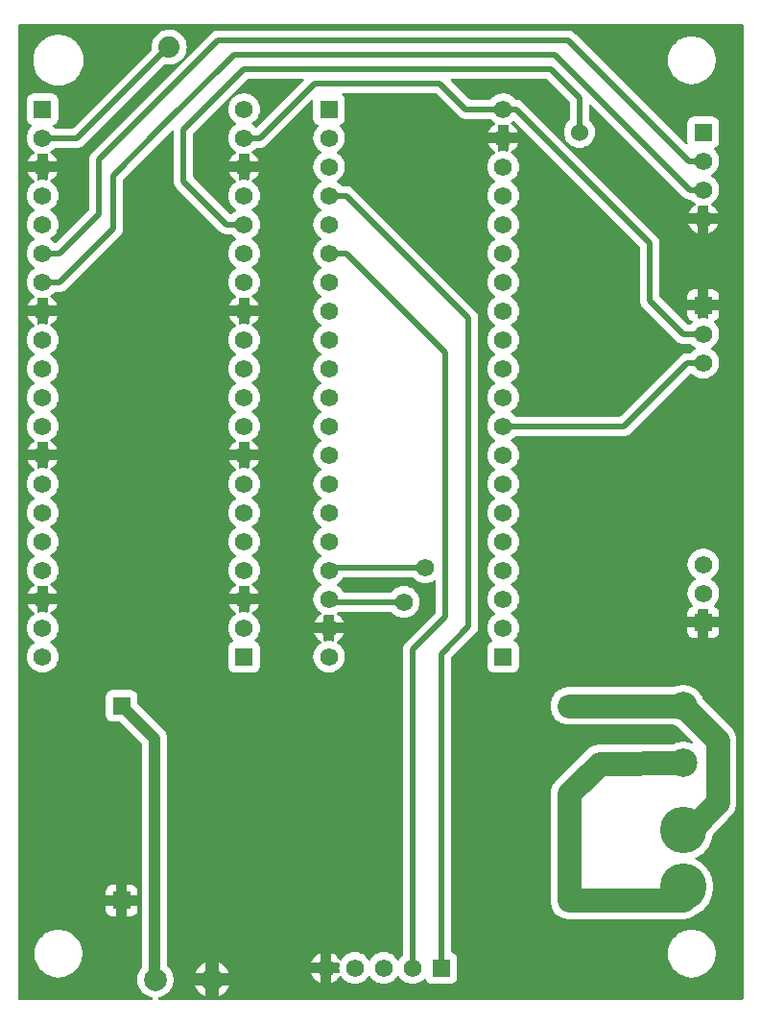
<source format=gbl>
G04 Layer: BottomLayer*
G04 EasyEDA v6.5.42, 2024-04-17 10:54:12*
G04 b58fe179de73491898139d20c7eecbb3,24a069b98e7845178fa3f65ba4aff580,10*
G04 Gerber Generator version 0.2*
G04 Scale: 100 percent, Rotated: No, Reflected: No *
G04 Dimensions in millimeters *
G04 leading zeros omitted , absolute positions ,4 integer and 5 decimal *
%FSLAX45Y45*%
%MOMM*%

%ADD10C,0.5000*%
%ADD11C,1.0000*%
%ADD12C,2.1000*%
%ADD13R,1.5748X1.5748*%
%ADD14C,1.5748*%
%ADD15C,4.1000*%
%ADD16C,2.0000*%
%ADD17C,2.5000*%
%ADD18C,1.8796*%
%ADD19C,1.5750*%
%ADD20C,1.5240*%
%ADD21C,1.2000*%
%ADD22C,0.0175*%

%LPD*%
G36*
X188468Y-405892D02*
G01*
X184556Y-405130D01*
X181305Y-402894D01*
X179070Y-399643D01*
X178308Y-395732D01*
X178308Y8180831D01*
X179070Y8184743D01*
X181305Y8187994D01*
X184556Y8190230D01*
X188468Y8190992D01*
X6567931Y8190992D01*
X6571843Y8190230D01*
X6575094Y8187994D01*
X6577330Y8184743D01*
X6578092Y8180831D01*
X6578092Y-395732D01*
X6577330Y-399643D01*
X6575094Y-402894D01*
X6571843Y-405130D01*
X6567931Y-405892D01*
X1421282Y-405892D01*
X1417167Y-405028D01*
X1413764Y-402539D01*
X1411630Y-398881D01*
X1411173Y-394716D01*
X1412443Y-390702D01*
X1415288Y-387553D01*
X1419098Y-385826D01*
X1430782Y-383235D01*
X1447241Y-377698D01*
X1463040Y-370382D01*
X1477924Y-361442D01*
X1491742Y-350926D01*
X1504391Y-338988D01*
X1515618Y-325729D01*
X1525371Y-311353D01*
X1533499Y-296011D01*
X1539951Y-279857D01*
X1544574Y-263093D01*
X1547418Y-245973D01*
X1548333Y-228600D01*
X1547418Y-211226D01*
X1544574Y-194106D01*
X1539951Y-177342D01*
X1533499Y-161188D01*
X1525371Y-145846D01*
X1515618Y-131470D01*
X1504391Y-118211D01*
X1497990Y-112166D01*
X1495653Y-108813D01*
X1494790Y-104800D01*
X1494739Y1895602D01*
X1493926Y1906320D01*
X1493469Y1909419D01*
X1491284Y1919935D01*
X1490472Y1922983D01*
X1485798Y1936038D01*
X1481074Y1945690D01*
X1479499Y1948434D01*
X1473606Y1957374D01*
X1471726Y1959914D01*
X1464716Y1968042D01*
X1234440Y2198471D01*
X1232204Y2201773D01*
X1231442Y2205634D01*
X1231442Y2262733D01*
X1230680Y2272588D01*
X1228445Y2281834D01*
X1224838Y2290572D01*
X1219860Y2298700D01*
X1213713Y2305913D01*
X1206500Y2312060D01*
X1198372Y2317038D01*
X1189634Y2320645D01*
X1180388Y2322880D01*
X1170533Y2323642D01*
X1013866Y2323642D01*
X1004011Y2322880D01*
X994765Y2320645D01*
X986028Y2317038D01*
X977900Y2312060D01*
X970686Y2305913D01*
X964539Y2298700D01*
X959561Y2290572D01*
X955954Y2281834D01*
X953719Y2272588D01*
X952957Y2262733D01*
X952957Y2106066D01*
X953719Y2096211D01*
X955954Y2086965D01*
X959561Y2078228D01*
X964539Y2070100D01*
X970686Y2062886D01*
X977900Y2056739D01*
X986028Y2051761D01*
X994765Y2048154D01*
X1004011Y2045919D01*
X1013866Y2045157D01*
X1070965Y2045157D01*
X1074826Y2044395D01*
X1078128Y2042160D01*
X1270812Y1849526D01*
X1273048Y1846224D01*
X1273810Y1842312D01*
X1273810Y-111607D01*
X1273149Y-115112D01*
X1271371Y-118211D01*
X1260094Y-131470D01*
X1250340Y-145846D01*
X1242212Y-161188D01*
X1235760Y-177342D01*
X1231138Y-194106D01*
X1228293Y-211226D01*
X1227378Y-228600D01*
X1228293Y-245973D01*
X1231138Y-263093D01*
X1235760Y-279857D01*
X1242212Y-296011D01*
X1250340Y-311353D01*
X1260094Y-325729D01*
X1271320Y-338988D01*
X1283970Y-350926D01*
X1297787Y-361442D01*
X1312672Y-370382D01*
X1328470Y-377698D01*
X1344930Y-383235D01*
X1356614Y-385826D01*
X1360424Y-387553D01*
X1363268Y-390702D01*
X1364538Y-394716D01*
X1364081Y-398881D01*
X1361948Y-402539D01*
X1358544Y-405028D01*
X1354429Y-405892D01*
G37*

%LPC*%
G36*
X1832406Y-378714D02*
G01*
X1832406Y-284937D01*
X1738680Y-284937D01*
X1743100Y-296011D01*
X1751228Y-311353D01*
X1760982Y-325729D01*
X1772208Y-338988D01*
X1784857Y-350926D01*
X1798675Y-361442D01*
X1813560Y-370382D01*
X1829358Y-377698D01*
G37*
G36*
X1945081Y-378714D02*
G01*
X1948129Y-377698D01*
X1963928Y-370382D01*
X1978812Y-361442D01*
X1992630Y-350926D01*
X2005279Y-338988D01*
X2016506Y-325729D01*
X2026259Y-311353D01*
X2034387Y-296011D01*
X2038807Y-284937D01*
X1945081Y-284937D01*
G37*
G36*
X3833266Y-266242D02*
G01*
X3989933Y-266242D01*
X3999788Y-265480D01*
X4009034Y-263245D01*
X4017772Y-259638D01*
X4025900Y-254660D01*
X4033113Y-248513D01*
X4039260Y-241300D01*
X4044238Y-233171D01*
X4047845Y-224434D01*
X4050080Y-215188D01*
X4050842Y-205333D01*
X4050842Y-48666D01*
X4050080Y-38811D01*
X4047845Y-29565D01*
X4044238Y-20828D01*
X4039260Y-12700D01*
X4033113Y-5486D01*
X4025900Y660D01*
X4017772Y5638D01*
X4009034Y9245D01*
X4004868Y10261D01*
X4000855Y12242D01*
X3998112Y15747D01*
X3997096Y20116D01*
X3997096Y2601976D01*
X3997858Y2605887D01*
X4000093Y2609138D01*
X4213250Y2822295D01*
X4217517Y2826918D01*
X4221327Y2831642D01*
X4224832Y2836672D01*
X4227931Y2841904D01*
X4230674Y2847390D01*
X4233011Y2853029D01*
X4234942Y2858820D01*
X4236466Y2864713D01*
X4237532Y2870708D01*
X4238193Y2876804D01*
X4238396Y2883103D01*
X4238396Y5600496D01*
X4238193Y5606796D01*
X4237532Y5612892D01*
X4236466Y5618886D01*
X4234942Y5624779D01*
X4233011Y5630570D01*
X4230674Y5636209D01*
X4227931Y5641695D01*
X4224832Y5646928D01*
X4221327Y5651957D01*
X4217517Y5656681D01*
X4213250Y5661304D01*
X3134004Y6740550D01*
X3129381Y6744817D01*
X3124657Y6748627D01*
X3119628Y6752132D01*
X3114395Y6755231D01*
X3108909Y6757974D01*
X3103270Y6760311D01*
X3097479Y6762242D01*
X3091586Y6763766D01*
X3085592Y6764832D01*
X3079496Y6765493D01*
X3073196Y6765696D01*
X3035452Y6765696D01*
X3031134Y6766661D01*
X3027629Y6769353D01*
X3022244Y6775754D01*
X3010509Y6786829D01*
X2997504Y6796531D01*
X2994253Y6798411D01*
X2991104Y6801205D01*
X2989376Y6805066D01*
X2989376Y6809333D01*
X2991104Y6813194D01*
X2994253Y6815988D01*
X2997504Y6817868D01*
X3010509Y6827570D01*
X3022244Y6838645D01*
X3032658Y6851040D01*
X3041548Y6864603D01*
X3048863Y6879031D01*
X3054400Y6894271D01*
X3058109Y6910019D01*
X3059988Y6926122D01*
X3059988Y6942277D01*
X3058109Y6958380D01*
X3054400Y6974128D01*
X3048863Y6989368D01*
X3041548Y7003796D01*
X3032658Y7017359D01*
X3022244Y7029754D01*
X3010509Y7040829D01*
X2997504Y7050531D01*
X2994253Y7052411D01*
X2991104Y7055205D01*
X2989376Y7059066D01*
X2989376Y7063333D01*
X2991104Y7067194D01*
X2994253Y7069988D01*
X2997504Y7071868D01*
X3010509Y7081570D01*
X3022244Y7092645D01*
X3032658Y7105040D01*
X3041548Y7118603D01*
X3048863Y7133031D01*
X3054400Y7148271D01*
X3058109Y7164019D01*
X3059988Y7180122D01*
X3059988Y7196277D01*
X3058109Y7212380D01*
X3054400Y7228128D01*
X3048863Y7243368D01*
X3041548Y7257796D01*
X3032658Y7271359D01*
X3022244Y7283754D01*
X3016148Y7289495D01*
X3013811Y7292797D01*
X3012948Y7296708D01*
X3013710Y7300671D01*
X3015894Y7304024D01*
X3019247Y7306309D01*
X3027172Y7309561D01*
X3035300Y7314539D01*
X3042513Y7320686D01*
X3048660Y7327900D01*
X3053638Y7336028D01*
X3057245Y7344765D01*
X3059480Y7354011D01*
X3060242Y7363866D01*
X3060242Y7520533D01*
X3059480Y7530388D01*
X3057245Y7539634D01*
X3053638Y7548372D01*
X3048660Y7556500D01*
X3042513Y7563713D01*
X3038144Y7567422D01*
X3035655Y7570622D01*
X3034588Y7574584D01*
X3035198Y7578648D01*
X3037382Y7582153D01*
X3040735Y7584490D01*
X3044748Y7585303D01*
X3859276Y7585303D01*
X3863187Y7584541D01*
X3866438Y7582306D01*
X4066895Y7381849D01*
X4071518Y7377582D01*
X4076242Y7373772D01*
X4081272Y7370267D01*
X4086504Y7367168D01*
X4091990Y7364425D01*
X4097629Y7362088D01*
X4103420Y7360158D01*
X4109313Y7358634D01*
X4115308Y7357567D01*
X4121404Y7356906D01*
X4127703Y7356703D01*
X4343247Y7356703D01*
X4347565Y7355738D01*
X4351070Y7353046D01*
X4356455Y7346645D01*
X4368190Y7335570D01*
X4381195Y7325868D01*
X4384446Y7323988D01*
X4387596Y7321194D01*
X4389323Y7317333D01*
X4389323Y7313066D01*
X4387596Y7309205D01*
X4384446Y7306411D01*
X4381195Y7304531D01*
X4368190Y7294829D01*
X4356455Y7283754D01*
X4346041Y7271359D01*
X4337151Y7257796D01*
X4329836Y7243368D01*
X4326432Y7233920D01*
X4411980Y7233920D01*
X4411980Y7297166D01*
X4412691Y7300874D01*
X4414672Y7304024D01*
X4417669Y7306309D01*
X4421327Y7307275D01*
X4425594Y7306716D01*
X4441545Y7303922D01*
X4457700Y7302957D01*
X4473854Y7303922D01*
X4490364Y7306868D01*
X4494072Y7307275D01*
X4497730Y7306309D01*
X4500727Y7304024D01*
X4502708Y7300874D01*
X4503420Y7297166D01*
X4503420Y7233920D01*
X4588967Y7233920D01*
X4585563Y7243368D01*
X4578248Y7257796D01*
X4569358Y7271359D01*
X4558944Y7283754D01*
X4547209Y7294829D01*
X4534204Y7304531D01*
X4530953Y7306411D01*
X4527804Y7309205D01*
X4526076Y7313066D01*
X4526076Y7317333D01*
X4527804Y7321194D01*
X4530953Y7323988D01*
X4534204Y7325868D01*
X4546193Y7334808D01*
X4549394Y7336383D01*
X4553000Y7336790D01*
X4556506Y7335875D01*
X4559452Y7333843D01*
X5664606Y6228638D01*
X5666841Y6225387D01*
X5667603Y6221476D01*
X5667603Y5753303D01*
X5667806Y5747004D01*
X5668467Y5740908D01*
X5669534Y5734913D01*
X5671058Y5729020D01*
X5672988Y5723229D01*
X5675325Y5717590D01*
X5678068Y5712104D01*
X5681167Y5706872D01*
X5684672Y5701842D01*
X5688482Y5697118D01*
X5692749Y5692495D01*
X5984595Y5400649D01*
X5989218Y5396382D01*
X5993942Y5392572D01*
X5998972Y5389067D01*
X6004204Y5385968D01*
X6009690Y5383225D01*
X6015329Y5380888D01*
X6021120Y5378958D01*
X6027013Y5377434D01*
X6033008Y5376367D01*
X6039104Y5375706D01*
X6045403Y5375503D01*
X6108547Y5375503D01*
X6112865Y5374538D01*
X6116370Y5371846D01*
X6121755Y5365445D01*
X6133490Y5354370D01*
X6146495Y5344668D01*
X6149746Y5342788D01*
X6152896Y5339994D01*
X6154623Y5336133D01*
X6154623Y5331866D01*
X6152896Y5328005D01*
X6149746Y5325211D01*
X6146495Y5323332D01*
X6133490Y5313629D01*
X6121755Y5302554D01*
X6116370Y5296154D01*
X6112865Y5293461D01*
X6108547Y5292496D01*
X6083503Y5292496D01*
X6077204Y5292293D01*
X6071108Y5291632D01*
X6065113Y5290566D01*
X6059220Y5289042D01*
X6053429Y5287111D01*
X6047790Y5284774D01*
X6042304Y5282031D01*
X6037072Y5278932D01*
X6032042Y5275427D01*
X6027318Y5271617D01*
X6022695Y5267350D01*
X5492038Y4736693D01*
X5488787Y4734458D01*
X5484876Y4733696D01*
X4572152Y4733696D01*
X4567834Y4734661D01*
X4564329Y4737354D01*
X4558944Y4743754D01*
X4547209Y4754829D01*
X4534204Y4764532D01*
X4530953Y4766411D01*
X4527804Y4769205D01*
X4526076Y4773066D01*
X4526076Y4777333D01*
X4527804Y4781194D01*
X4530953Y4783988D01*
X4534204Y4785868D01*
X4547209Y4795570D01*
X4558944Y4806645D01*
X4569358Y4819040D01*
X4578248Y4832604D01*
X4585563Y4847031D01*
X4591100Y4862271D01*
X4594809Y4878019D01*
X4596688Y4894122D01*
X4596688Y4910277D01*
X4594809Y4926380D01*
X4591100Y4942128D01*
X4585563Y4957368D01*
X4578248Y4971796D01*
X4569358Y4985359D01*
X4558944Y4997754D01*
X4547209Y5008829D01*
X4534204Y5018532D01*
X4530953Y5020411D01*
X4527804Y5023205D01*
X4526076Y5027066D01*
X4526076Y5031333D01*
X4527804Y5035194D01*
X4530953Y5037988D01*
X4534204Y5039868D01*
X4547209Y5049570D01*
X4558944Y5060645D01*
X4569358Y5073040D01*
X4578248Y5086604D01*
X4585563Y5101031D01*
X4591100Y5116271D01*
X4594809Y5132019D01*
X4596688Y5148122D01*
X4596688Y5164277D01*
X4594809Y5180380D01*
X4591100Y5196128D01*
X4585563Y5211368D01*
X4578248Y5225796D01*
X4569358Y5239359D01*
X4558944Y5251754D01*
X4547209Y5262829D01*
X4534204Y5272532D01*
X4530953Y5274411D01*
X4527804Y5277205D01*
X4526076Y5281066D01*
X4526076Y5285333D01*
X4527804Y5289194D01*
X4530953Y5291988D01*
X4534204Y5293868D01*
X4547209Y5303570D01*
X4558944Y5314645D01*
X4569358Y5327040D01*
X4578248Y5340604D01*
X4585563Y5355031D01*
X4591100Y5370271D01*
X4594809Y5386019D01*
X4596688Y5402122D01*
X4596688Y5418277D01*
X4594809Y5434380D01*
X4591100Y5450128D01*
X4585563Y5465368D01*
X4578248Y5479796D01*
X4569358Y5493359D01*
X4558944Y5505754D01*
X4547209Y5516829D01*
X4534204Y5526532D01*
X4530953Y5528411D01*
X4527804Y5531205D01*
X4526076Y5535066D01*
X4526076Y5539333D01*
X4527804Y5543194D01*
X4530953Y5545988D01*
X4534204Y5547868D01*
X4547209Y5557570D01*
X4558944Y5568645D01*
X4569358Y5581040D01*
X4578248Y5594604D01*
X4585563Y5609031D01*
X4591100Y5624271D01*
X4594809Y5640019D01*
X4596688Y5656122D01*
X4596688Y5672277D01*
X4594809Y5688380D01*
X4591100Y5704128D01*
X4585563Y5719368D01*
X4578248Y5733796D01*
X4569358Y5747359D01*
X4558944Y5759754D01*
X4547209Y5770829D01*
X4534204Y5780532D01*
X4530953Y5782411D01*
X4527804Y5785205D01*
X4526076Y5789066D01*
X4526076Y5793333D01*
X4527804Y5797194D01*
X4530953Y5799988D01*
X4534204Y5801868D01*
X4547209Y5811570D01*
X4558944Y5822645D01*
X4569358Y5835040D01*
X4578248Y5848604D01*
X4585563Y5863031D01*
X4591100Y5878271D01*
X4594809Y5894019D01*
X4596688Y5910122D01*
X4596688Y5926277D01*
X4594809Y5942380D01*
X4591100Y5958128D01*
X4585563Y5973368D01*
X4578248Y5987796D01*
X4569358Y6001359D01*
X4558944Y6013754D01*
X4547209Y6024829D01*
X4534204Y6034532D01*
X4530953Y6036411D01*
X4527804Y6039205D01*
X4526076Y6043066D01*
X4526076Y6047333D01*
X4527804Y6051194D01*
X4530953Y6053988D01*
X4534204Y6055868D01*
X4547209Y6065570D01*
X4558944Y6076645D01*
X4569358Y6089040D01*
X4578248Y6102604D01*
X4585563Y6117031D01*
X4591100Y6132271D01*
X4594809Y6148019D01*
X4596688Y6164122D01*
X4596688Y6180277D01*
X4594809Y6196380D01*
X4591100Y6212128D01*
X4585563Y6227368D01*
X4578248Y6241796D01*
X4569358Y6255359D01*
X4558944Y6267754D01*
X4547209Y6278829D01*
X4534204Y6288532D01*
X4530953Y6290411D01*
X4527804Y6293205D01*
X4526076Y6297066D01*
X4526076Y6301333D01*
X4527804Y6305194D01*
X4530953Y6307988D01*
X4534204Y6309868D01*
X4547209Y6319570D01*
X4558944Y6330645D01*
X4569358Y6343040D01*
X4578248Y6356604D01*
X4585563Y6371031D01*
X4591100Y6386271D01*
X4594809Y6402019D01*
X4596688Y6418122D01*
X4596688Y6434277D01*
X4594809Y6450380D01*
X4591100Y6466128D01*
X4585563Y6481368D01*
X4578248Y6495796D01*
X4569358Y6509359D01*
X4558944Y6521754D01*
X4547209Y6532829D01*
X4534204Y6542531D01*
X4530953Y6544411D01*
X4527804Y6547205D01*
X4526076Y6551066D01*
X4526076Y6555333D01*
X4527804Y6559194D01*
X4530953Y6561988D01*
X4534204Y6563868D01*
X4547209Y6573570D01*
X4558944Y6584645D01*
X4569358Y6597040D01*
X4578248Y6610603D01*
X4585563Y6625031D01*
X4591100Y6640271D01*
X4594809Y6656019D01*
X4596688Y6672122D01*
X4596688Y6688277D01*
X4594809Y6704380D01*
X4591100Y6720128D01*
X4585563Y6735368D01*
X4578248Y6749796D01*
X4569358Y6763359D01*
X4558944Y6775754D01*
X4547209Y6786829D01*
X4534204Y6796531D01*
X4530953Y6798411D01*
X4527804Y6801205D01*
X4526076Y6805066D01*
X4526076Y6809333D01*
X4527804Y6813194D01*
X4530953Y6815988D01*
X4534204Y6817868D01*
X4547209Y6827570D01*
X4558944Y6838645D01*
X4569358Y6851040D01*
X4578248Y6864603D01*
X4585563Y6879031D01*
X4591100Y6894271D01*
X4594809Y6910019D01*
X4596688Y6926122D01*
X4596688Y6942277D01*
X4594809Y6958380D01*
X4591100Y6974128D01*
X4585563Y6989368D01*
X4578248Y7003796D01*
X4569358Y7017359D01*
X4558944Y7029754D01*
X4547209Y7040829D01*
X4534204Y7050531D01*
X4530953Y7052411D01*
X4527804Y7055205D01*
X4526076Y7059066D01*
X4526076Y7063333D01*
X4527804Y7067194D01*
X4530953Y7069988D01*
X4534204Y7071868D01*
X4547209Y7081570D01*
X4558944Y7092645D01*
X4569358Y7105040D01*
X4578248Y7118603D01*
X4585563Y7133031D01*
X4588967Y7142480D01*
X4503420Y7142480D01*
X4503420Y7079234D01*
X4502708Y7075525D01*
X4500727Y7072375D01*
X4497730Y7070090D01*
X4494072Y7069124D01*
X4489805Y7069683D01*
X4473854Y7072477D01*
X4457700Y7073442D01*
X4441545Y7072477D01*
X4425035Y7069531D01*
X4421327Y7069124D01*
X4417669Y7070090D01*
X4414672Y7072375D01*
X4412691Y7075525D01*
X4411980Y7079234D01*
X4411980Y7142480D01*
X4326432Y7142480D01*
X4329836Y7133031D01*
X4337151Y7118603D01*
X4346041Y7105040D01*
X4356455Y7092645D01*
X4368190Y7081570D01*
X4381195Y7071868D01*
X4384446Y7069988D01*
X4387596Y7067194D01*
X4389323Y7063333D01*
X4389323Y7059066D01*
X4387596Y7055205D01*
X4384446Y7052411D01*
X4381195Y7050531D01*
X4368190Y7040829D01*
X4356455Y7029754D01*
X4346041Y7017359D01*
X4337151Y7003796D01*
X4329836Y6989368D01*
X4324299Y6974128D01*
X4320590Y6958380D01*
X4318711Y6942277D01*
X4318711Y6926122D01*
X4320590Y6910019D01*
X4324299Y6894271D01*
X4329836Y6879031D01*
X4337151Y6864603D01*
X4346041Y6851040D01*
X4356455Y6838645D01*
X4368190Y6827570D01*
X4381195Y6817868D01*
X4384446Y6815988D01*
X4387596Y6813194D01*
X4389323Y6809333D01*
X4389323Y6805066D01*
X4387596Y6801205D01*
X4384446Y6798411D01*
X4381195Y6796531D01*
X4368190Y6786829D01*
X4356455Y6775754D01*
X4346041Y6763359D01*
X4337151Y6749796D01*
X4329836Y6735368D01*
X4324299Y6720128D01*
X4320590Y6704380D01*
X4318711Y6688277D01*
X4318711Y6672122D01*
X4320590Y6656019D01*
X4324299Y6640271D01*
X4329836Y6625031D01*
X4337151Y6610603D01*
X4346041Y6597040D01*
X4356455Y6584645D01*
X4368190Y6573570D01*
X4381195Y6563868D01*
X4384446Y6561988D01*
X4387596Y6559194D01*
X4389323Y6555333D01*
X4389323Y6551066D01*
X4387596Y6547205D01*
X4384446Y6544411D01*
X4381195Y6542531D01*
X4368190Y6532829D01*
X4356455Y6521754D01*
X4346041Y6509359D01*
X4337151Y6495796D01*
X4329836Y6481368D01*
X4324299Y6466128D01*
X4320590Y6450380D01*
X4318711Y6434277D01*
X4318711Y6418122D01*
X4320590Y6402019D01*
X4324299Y6386271D01*
X4329836Y6371031D01*
X4337151Y6356604D01*
X4346041Y6343040D01*
X4356455Y6330645D01*
X4368190Y6319570D01*
X4381195Y6309868D01*
X4384446Y6307988D01*
X4387596Y6305194D01*
X4389323Y6301333D01*
X4389323Y6297066D01*
X4387596Y6293205D01*
X4384446Y6290411D01*
X4381195Y6288532D01*
X4368190Y6278829D01*
X4356455Y6267754D01*
X4346041Y6255359D01*
X4337151Y6241796D01*
X4329836Y6227368D01*
X4324299Y6212128D01*
X4320590Y6196380D01*
X4318711Y6180277D01*
X4318711Y6164122D01*
X4320590Y6148019D01*
X4324299Y6132271D01*
X4329836Y6117031D01*
X4337151Y6102604D01*
X4346041Y6089040D01*
X4356455Y6076645D01*
X4368190Y6065570D01*
X4381195Y6055868D01*
X4384446Y6053988D01*
X4387596Y6051194D01*
X4389323Y6047333D01*
X4389323Y6043066D01*
X4387596Y6039205D01*
X4384446Y6036411D01*
X4381195Y6034532D01*
X4368190Y6024829D01*
X4356455Y6013754D01*
X4346041Y6001359D01*
X4337151Y5987796D01*
X4329836Y5973368D01*
X4324299Y5958128D01*
X4320590Y5942380D01*
X4318711Y5926277D01*
X4318711Y5910122D01*
X4320590Y5894019D01*
X4324299Y5878271D01*
X4329836Y5863031D01*
X4337151Y5848604D01*
X4346041Y5835040D01*
X4356455Y5822645D01*
X4368190Y5811570D01*
X4381195Y5801868D01*
X4384446Y5799988D01*
X4387596Y5797194D01*
X4389323Y5793333D01*
X4389323Y5789066D01*
X4387596Y5785205D01*
X4384446Y5782411D01*
X4381195Y5780532D01*
X4368190Y5770829D01*
X4356455Y5759754D01*
X4346041Y5747359D01*
X4337151Y5733796D01*
X4329836Y5719368D01*
X4324299Y5704128D01*
X4320590Y5688380D01*
X4318711Y5672277D01*
X4318711Y5656122D01*
X4320590Y5640019D01*
X4324299Y5624271D01*
X4329836Y5609031D01*
X4337151Y5594604D01*
X4346041Y5581040D01*
X4356455Y5568645D01*
X4368190Y5557570D01*
X4381195Y5547868D01*
X4384446Y5545988D01*
X4387596Y5543194D01*
X4389323Y5539333D01*
X4389323Y5535066D01*
X4387596Y5531205D01*
X4384446Y5528411D01*
X4381195Y5526532D01*
X4368190Y5516829D01*
X4356455Y5505754D01*
X4346041Y5493359D01*
X4337151Y5479796D01*
X4329836Y5465368D01*
X4324299Y5450128D01*
X4320590Y5434380D01*
X4318711Y5418277D01*
X4318711Y5402122D01*
X4320590Y5386019D01*
X4324299Y5370271D01*
X4329836Y5355031D01*
X4337151Y5340604D01*
X4346041Y5327040D01*
X4356455Y5314645D01*
X4368190Y5303570D01*
X4381195Y5293868D01*
X4384446Y5291988D01*
X4387596Y5289194D01*
X4389323Y5285333D01*
X4389323Y5281066D01*
X4387596Y5277205D01*
X4384446Y5274411D01*
X4381195Y5272532D01*
X4368190Y5262829D01*
X4356455Y5251754D01*
X4346041Y5239359D01*
X4337151Y5225796D01*
X4329836Y5211368D01*
X4324299Y5196128D01*
X4320590Y5180380D01*
X4318711Y5164277D01*
X4318711Y5148122D01*
X4320590Y5132019D01*
X4324299Y5116271D01*
X4329836Y5101031D01*
X4337151Y5086604D01*
X4346041Y5073040D01*
X4356455Y5060645D01*
X4368190Y5049570D01*
X4381195Y5039868D01*
X4384446Y5037988D01*
X4387596Y5035194D01*
X4389323Y5031333D01*
X4389323Y5027066D01*
X4387596Y5023205D01*
X4384446Y5020411D01*
X4381195Y5018532D01*
X4368190Y5008829D01*
X4356455Y4997754D01*
X4346041Y4985359D01*
X4337151Y4971796D01*
X4329836Y4957368D01*
X4324299Y4942128D01*
X4320590Y4926380D01*
X4318711Y4910277D01*
X4318711Y4894122D01*
X4320590Y4878019D01*
X4324299Y4862271D01*
X4329836Y4847031D01*
X4337151Y4832604D01*
X4346041Y4819040D01*
X4356455Y4806645D01*
X4368190Y4795570D01*
X4381195Y4785868D01*
X4384446Y4783988D01*
X4387596Y4781194D01*
X4389323Y4777333D01*
X4389323Y4773066D01*
X4387596Y4769205D01*
X4384446Y4766411D01*
X4381195Y4764532D01*
X4368190Y4754829D01*
X4356455Y4743754D01*
X4346041Y4731359D01*
X4337151Y4717796D01*
X4329836Y4703368D01*
X4324299Y4688128D01*
X4320590Y4672380D01*
X4318711Y4656277D01*
X4318711Y4640122D01*
X4320590Y4624019D01*
X4324299Y4608271D01*
X4329836Y4593031D01*
X4337151Y4578604D01*
X4346041Y4565040D01*
X4356455Y4552645D01*
X4368190Y4541570D01*
X4381195Y4531868D01*
X4384446Y4529988D01*
X4387596Y4527194D01*
X4389323Y4523333D01*
X4389323Y4519066D01*
X4387596Y4515205D01*
X4384446Y4512411D01*
X4381195Y4510532D01*
X4368190Y4500829D01*
X4356455Y4489754D01*
X4346041Y4477359D01*
X4337151Y4463796D01*
X4329836Y4449368D01*
X4324299Y4434128D01*
X4320590Y4418380D01*
X4318711Y4402277D01*
X4318711Y4386122D01*
X4320590Y4370019D01*
X4324299Y4354271D01*
X4329836Y4339031D01*
X4337151Y4324604D01*
X4346041Y4311040D01*
X4356455Y4298645D01*
X4368190Y4287570D01*
X4381195Y4277868D01*
X4384446Y4275988D01*
X4387596Y4273194D01*
X4389323Y4269333D01*
X4389323Y4265066D01*
X4387596Y4261205D01*
X4384446Y4258411D01*
X4381195Y4256532D01*
X4368190Y4246829D01*
X4356455Y4235754D01*
X4346041Y4223359D01*
X4337151Y4209796D01*
X4329836Y4195368D01*
X4324299Y4180128D01*
X4320590Y4164380D01*
X4318711Y4148277D01*
X4318711Y4132122D01*
X4320590Y4116019D01*
X4324299Y4100271D01*
X4329836Y4085031D01*
X4337151Y4070604D01*
X4346041Y4057040D01*
X4356455Y4044645D01*
X4368190Y4033570D01*
X4381195Y4023868D01*
X4384446Y4021988D01*
X4387596Y4019194D01*
X4389323Y4015333D01*
X4389323Y4011066D01*
X4387596Y4007205D01*
X4384446Y4004411D01*
X4381195Y4002532D01*
X4368190Y3992829D01*
X4356455Y3981754D01*
X4346041Y3969359D01*
X4337151Y3955796D01*
X4329836Y3941368D01*
X4324299Y3926128D01*
X4320590Y3910380D01*
X4318711Y3894277D01*
X4318711Y3878122D01*
X4320590Y3862019D01*
X4324299Y3846271D01*
X4329836Y3831031D01*
X4337151Y3816604D01*
X4346041Y3803040D01*
X4356455Y3790645D01*
X4368190Y3779570D01*
X4381195Y3769868D01*
X4384446Y3767988D01*
X4387596Y3765194D01*
X4389323Y3761333D01*
X4389323Y3757066D01*
X4387596Y3753205D01*
X4384446Y3750411D01*
X4381195Y3748532D01*
X4368190Y3738829D01*
X4356455Y3727754D01*
X4346041Y3715359D01*
X4337151Y3701796D01*
X4329836Y3687368D01*
X4324299Y3672128D01*
X4320590Y3656380D01*
X4318711Y3640277D01*
X4318711Y3624122D01*
X4320590Y3608019D01*
X4324299Y3592271D01*
X4329836Y3577031D01*
X4337151Y3562604D01*
X4346041Y3549040D01*
X4356455Y3536645D01*
X4368190Y3525570D01*
X4381195Y3515868D01*
X4384446Y3513988D01*
X4387596Y3511194D01*
X4389323Y3507333D01*
X4389323Y3503066D01*
X4387596Y3499205D01*
X4384446Y3496411D01*
X4381195Y3494532D01*
X4368190Y3484829D01*
X4356455Y3473754D01*
X4346041Y3461359D01*
X4337151Y3447796D01*
X4329836Y3433368D01*
X4324299Y3418128D01*
X4320590Y3402380D01*
X4318711Y3386277D01*
X4318711Y3370122D01*
X4320590Y3354019D01*
X4324299Y3338271D01*
X4329836Y3323031D01*
X4337151Y3308604D01*
X4346041Y3295040D01*
X4356455Y3282645D01*
X4368190Y3271570D01*
X4381195Y3261867D01*
X4384446Y3259988D01*
X4387596Y3257194D01*
X4389323Y3253333D01*
X4389323Y3249066D01*
X4387596Y3245205D01*
X4384446Y3242411D01*
X4381195Y3240532D01*
X4368190Y3230829D01*
X4356455Y3219754D01*
X4346041Y3207359D01*
X4337151Y3193796D01*
X4329836Y3179368D01*
X4324299Y3164128D01*
X4320590Y3148380D01*
X4318711Y3132277D01*
X4318711Y3116122D01*
X4320590Y3100019D01*
X4324299Y3084271D01*
X4329836Y3069031D01*
X4337151Y3054604D01*
X4346041Y3041040D01*
X4356455Y3028645D01*
X4368190Y3017570D01*
X4381195Y3007868D01*
X4384446Y3005988D01*
X4387596Y3003194D01*
X4389323Y2999333D01*
X4389323Y2995066D01*
X4387596Y2991205D01*
X4384446Y2988411D01*
X4381195Y2986532D01*
X4368190Y2976829D01*
X4356455Y2965754D01*
X4346041Y2953359D01*
X4337151Y2939796D01*
X4329836Y2925368D01*
X4324299Y2910128D01*
X4320590Y2894380D01*
X4318711Y2878277D01*
X4318711Y2862122D01*
X4320590Y2846019D01*
X4324299Y2830271D01*
X4329836Y2815031D01*
X4337151Y2800604D01*
X4346041Y2787040D01*
X4356455Y2774645D01*
X4362551Y2768904D01*
X4364888Y2765602D01*
X4365752Y2761691D01*
X4364990Y2757728D01*
X4362805Y2754376D01*
X4359452Y2752090D01*
X4351528Y2748838D01*
X4343400Y2743860D01*
X4336186Y2737713D01*
X4330039Y2730500D01*
X4325061Y2722372D01*
X4321454Y2713634D01*
X4319219Y2704388D01*
X4318457Y2694533D01*
X4318457Y2537866D01*
X4319219Y2528011D01*
X4321454Y2518765D01*
X4325061Y2510028D01*
X4330039Y2501900D01*
X4336186Y2494686D01*
X4343400Y2488539D01*
X4351528Y2483561D01*
X4360265Y2479954D01*
X4369511Y2477719D01*
X4379366Y2476957D01*
X4536033Y2476957D01*
X4545888Y2477719D01*
X4555134Y2479954D01*
X4563872Y2483561D01*
X4572000Y2488539D01*
X4579213Y2494686D01*
X4585360Y2501900D01*
X4590338Y2510028D01*
X4593945Y2518765D01*
X4596180Y2528011D01*
X4596942Y2537866D01*
X4596942Y2694533D01*
X4596180Y2704388D01*
X4593945Y2713634D01*
X4590338Y2722372D01*
X4585360Y2730500D01*
X4579213Y2737713D01*
X4572000Y2743860D01*
X4563872Y2748838D01*
X4555947Y2752090D01*
X4552594Y2754376D01*
X4550410Y2757728D01*
X4549648Y2761691D01*
X4550511Y2765602D01*
X4552848Y2768904D01*
X4558944Y2774645D01*
X4569358Y2787040D01*
X4578248Y2800604D01*
X4585563Y2815031D01*
X4591100Y2830271D01*
X4594809Y2846019D01*
X4596688Y2862122D01*
X4596688Y2878277D01*
X4594809Y2894380D01*
X4591100Y2910128D01*
X4585563Y2925368D01*
X4578248Y2939796D01*
X4569358Y2953359D01*
X4558944Y2965754D01*
X4547209Y2976829D01*
X4534204Y2986532D01*
X4530953Y2988411D01*
X4527804Y2991205D01*
X4526076Y2995066D01*
X4526076Y2999333D01*
X4527804Y3003194D01*
X4530953Y3005988D01*
X4534204Y3007868D01*
X4547209Y3017570D01*
X4558944Y3028645D01*
X4569358Y3041040D01*
X4578248Y3054604D01*
X4585563Y3069031D01*
X4591100Y3084271D01*
X4594809Y3100019D01*
X4596688Y3116122D01*
X4596688Y3132277D01*
X4594809Y3148380D01*
X4591100Y3164128D01*
X4585563Y3179368D01*
X4578248Y3193796D01*
X4569358Y3207359D01*
X4558944Y3219754D01*
X4547209Y3230829D01*
X4534204Y3240532D01*
X4530953Y3242411D01*
X4527804Y3245205D01*
X4526076Y3249066D01*
X4526076Y3253333D01*
X4527804Y3257194D01*
X4530953Y3259988D01*
X4534204Y3261867D01*
X4547209Y3271570D01*
X4558944Y3282645D01*
X4569358Y3295040D01*
X4578248Y3308604D01*
X4585563Y3323031D01*
X4591100Y3338271D01*
X4594809Y3354019D01*
X4596688Y3370122D01*
X4596688Y3386277D01*
X4594809Y3402380D01*
X4591100Y3418128D01*
X4585563Y3433368D01*
X4578248Y3447796D01*
X4569358Y3461359D01*
X4558944Y3473754D01*
X4547209Y3484829D01*
X4534204Y3494532D01*
X4530953Y3496411D01*
X4527804Y3499205D01*
X4526076Y3503066D01*
X4526076Y3507333D01*
X4527804Y3511194D01*
X4530953Y3513988D01*
X4534204Y3515868D01*
X4547209Y3525570D01*
X4558944Y3536645D01*
X4569358Y3549040D01*
X4578248Y3562604D01*
X4585563Y3577031D01*
X4591100Y3592271D01*
X4594809Y3608019D01*
X4596688Y3624122D01*
X4596688Y3640277D01*
X4594809Y3656380D01*
X4591100Y3672128D01*
X4585563Y3687368D01*
X4578248Y3701796D01*
X4569358Y3715359D01*
X4558944Y3727754D01*
X4547209Y3738829D01*
X4534204Y3748532D01*
X4530953Y3750411D01*
X4527804Y3753205D01*
X4526076Y3757066D01*
X4526076Y3761333D01*
X4527804Y3765194D01*
X4530953Y3767988D01*
X4534204Y3769868D01*
X4547209Y3779570D01*
X4558944Y3790645D01*
X4569358Y3803040D01*
X4578248Y3816604D01*
X4585563Y3831031D01*
X4591100Y3846271D01*
X4594809Y3862019D01*
X4596688Y3878122D01*
X4596688Y3894277D01*
X4594809Y3910380D01*
X4591100Y3926128D01*
X4585563Y3941368D01*
X4578248Y3955796D01*
X4569358Y3969359D01*
X4558944Y3981754D01*
X4547209Y3992829D01*
X4534204Y4002532D01*
X4530953Y4004411D01*
X4527804Y4007205D01*
X4526076Y4011066D01*
X4526076Y4015333D01*
X4527804Y4019194D01*
X4530953Y4021988D01*
X4534204Y4023868D01*
X4547209Y4033570D01*
X4558944Y4044645D01*
X4569358Y4057040D01*
X4578248Y4070604D01*
X4585563Y4085031D01*
X4591100Y4100271D01*
X4594809Y4116019D01*
X4596688Y4132122D01*
X4596688Y4148277D01*
X4594809Y4164380D01*
X4591100Y4180128D01*
X4585563Y4195368D01*
X4578248Y4209796D01*
X4569358Y4223359D01*
X4558944Y4235754D01*
X4547209Y4246829D01*
X4534204Y4256532D01*
X4530953Y4258411D01*
X4527804Y4261205D01*
X4526076Y4265066D01*
X4526076Y4269333D01*
X4527804Y4273194D01*
X4530953Y4275988D01*
X4534204Y4277868D01*
X4547209Y4287570D01*
X4558944Y4298645D01*
X4569358Y4311040D01*
X4578248Y4324604D01*
X4585563Y4339031D01*
X4591100Y4354271D01*
X4594809Y4370019D01*
X4596688Y4386122D01*
X4596688Y4402277D01*
X4594809Y4418380D01*
X4591100Y4434128D01*
X4585563Y4449368D01*
X4578248Y4463796D01*
X4569358Y4477359D01*
X4558944Y4489754D01*
X4547209Y4500829D01*
X4534204Y4510532D01*
X4530953Y4512411D01*
X4527804Y4515205D01*
X4526076Y4519066D01*
X4526076Y4523333D01*
X4527804Y4527194D01*
X4530953Y4529988D01*
X4534204Y4531868D01*
X4547209Y4541570D01*
X4558944Y4552645D01*
X4564329Y4559046D01*
X4567834Y4561738D01*
X4572152Y4562703D01*
X5524296Y4562703D01*
X5530596Y4562906D01*
X5536692Y4563567D01*
X5542686Y4564634D01*
X5548579Y4566158D01*
X5554370Y4568088D01*
X5560009Y4570425D01*
X5565495Y4573168D01*
X5570728Y4576267D01*
X5575757Y4579772D01*
X5580481Y4583582D01*
X5585104Y4587849D01*
X6108039Y5110835D01*
X6111240Y5112969D01*
X6115050Y5113782D01*
X6118910Y5113121D01*
X6122212Y5111038D01*
X6133490Y5100370D01*
X6146495Y5090668D01*
X6160516Y5082590D01*
X6175400Y5076190D01*
X6190894Y5071516D01*
X6206845Y5068722D01*
X6223000Y5067757D01*
X6239154Y5068722D01*
X6255105Y5071516D01*
X6270599Y5076190D01*
X6285484Y5082590D01*
X6299504Y5090668D01*
X6312509Y5100370D01*
X6324244Y5111445D01*
X6334658Y5123840D01*
X6343548Y5137404D01*
X6350863Y5151831D01*
X6356400Y5167071D01*
X6360109Y5182819D01*
X6361988Y5198922D01*
X6361988Y5215077D01*
X6360109Y5231180D01*
X6356400Y5246928D01*
X6350863Y5262168D01*
X6343548Y5276596D01*
X6334658Y5290159D01*
X6324244Y5302554D01*
X6312509Y5313629D01*
X6299504Y5323332D01*
X6296253Y5325211D01*
X6293104Y5328005D01*
X6291376Y5331866D01*
X6291376Y5336133D01*
X6293104Y5339994D01*
X6296253Y5342788D01*
X6299504Y5344668D01*
X6312509Y5354370D01*
X6324244Y5365445D01*
X6334658Y5377840D01*
X6343548Y5391404D01*
X6350863Y5405831D01*
X6356400Y5421071D01*
X6360109Y5436819D01*
X6361988Y5452922D01*
X6361988Y5469077D01*
X6360109Y5485180D01*
X6356400Y5500928D01*
X6350863Y5516168D01*
X6343548Y5530596D01*
X6334658Y5544159D01*
X6324244Y5556554D01*
X6318148Y5562295D01*
X6315811Y5565597D01*
X6314948Y5569508D01*
X6315710Y5573471D01*
X6317894Y5576824D01*
X6321247Y5579110D01*
X6329172Y5582361D01*
X6337300Y5587339D01*
X6344513Y5593486D01*
X6350660Y5600700D01*
X6355638Y5608828D01*
X6359245Y5617565D01*
X6361480Y5626811D01*
X6362242Y5636666D01*
X6362242Y5669280D01*
X6268720Y5669280D01*
X6268720Y5606034D01*
X6268008Y5602325D01*
X6266027Y5599176D01*
X6263030Y5596890D01*
X6259372Y5595924D01*
X6255105Y5596483D01*
X6239154Y5599277D01*
X6223000Y5600242D01*
X6206845Y5599277D01*
X6190335Y5596331D01*
X6186627Y5595924D01*
X6182969Y5596890D01*
X6179972Y5599176D01*
X6177991Y5602325D01*
X6177280Y5606034D01*
X6177280Y5669280D01*
X6083757Y5669280D01*
X6083757Y5636666D01*
X6084519Y5626811D01*
X6086754Y5617565D01*
X6090361Y5608828D01*
X6095339Y5600700D01*
X6101486Y5593486D01*
X6108700Y5587339D01*
X6116828Y5582361D01*
X6124752Y5579110D01*
X6128105Y5576824D01*
X6130290Y5573471D01*
X6131052Y5569508D01*
X6130188Y5565597D01*
X6127851Y5562295D01*
X6121755Y5556554D01*
X6116370Y5550154D01*
X6112865Y5547461D01*
X6108547Y5546496D01*
X6084824Y5546496D01*
X6080912Y5547258D01*
X6077661Y5549493D01*
X5841593Y5785561D01*
X5839358Y5788812D01*
X5838596Y5792724D01*
X5838596Y6260896D01*
X5838393Y6267196D01*
X5837732Y6273292D01*
X5836666Y6279286D01*
X5835142Y6285179D01*
X5833211Y6290970D01*
X5830874Y6296609D01*
X5828131Y6302095D01*
X5825032Y6307328D01*
X5821527Y6312357D01*
X5817717Y6317081D01*
X5813450Y6321704D01*
X4632604Y7502550D01*
X4627981Y7506817D01*
X4623257Y7510627D01*
X4618228Y7514132D01*
X4612995Y7517231D01*
X4607509Y7519974D01*
X4601870Y7522311D01*
X4596079Y7524242D01*
X4590186Y7525766D01*
X4584192Y7526832D01*
X4578096Y7527493D01*
X4571796Y7527696D01*
X4567682Y7528712D01*
X4564380Y7531303D01*
X4558944Y7537754D01*
X4547209Y7548829D01*
X4534204Y7558531D01*
X4520184Y7566609D01*
X4505299Y7573009D01*
X4489805Y7577683D01*
X4473854Y7580477D01*
X4457700Y7581442D01*
X4441545Y7580477D01*
X4425594Y7577683D01*
X4410100Y7573009D01*
X4395216Y7566609D01*
X4381195Y7558531D01*
X4368190Y7548829D01*
X4356455Y7537754D01*
X4351070Y7531353D01*
X4347565Y7528661D01*
X4343247Y7527696D01*
X4167124Y7527696D01*
X4163212Y7528458D01*
X4159961Y7530693D01*
X3995674Y7694930D01*
X3993438Y7698231D01*
X3992676Y7702143D01*
X3993438Y7706004D01*
X3995674Y7709306D01*
X3998976Y7711541D01*
X4002836Y7712303D01*
X4837176Y7712303D01*
X4841087Y7711541D01*
X4844338Y7709306D01*
X5042306Y7511338D01*
X5044541Y7508087D01*
X5045303Y7504175D01*
X5045303Y7350099D01*
X5044338Y7345832D01*
X5041646Y7342327D01*
X5037023Y7338415D01*
X5026101Y7326884D01*
X5016601Y7314133D01*
X5008676Y7300366D01*
X5002377Y7285736D01*
X4997805Y7270546D01*
X4995062Y7254849D01*
X4994097Y7239000D01*
X4995062Y7223150D01*
X4997805Y7207453D01*
X5002377Y7192264D01*
X5008676Y7177633D01*
X5016601Y7163866D01*
X5026101Y7151116D01*
X5037023Y7139584D01*
X5049164Y7129373D01*
X5062474Y7120636D01*
X5076647Y7113473D01*
X5091582Y7108037D01*
X5107076Y7104380D01*
X5122875Y7102551D01*
X5138724Y7102551D01*
X5154523Y7104380D01*
X5170017Y7108037D01*
X5184952Y7113473D01*
X5199126Y7120636D01*
X5212435Y7129373D01*
X5224576Y7139584D01*
X5235498Y7151116D01*
X5244998Y7163866D01*
X5252923Y7177633D01*
X5259222Y7192264D01*
X5263794Y7207453D01*
X5266537Y7223150D01*
X5267502Y7239000D01*
X5266537Y7254849D01*
X5263794Y7270546D01*
X5259222Y7285736D01*
X5252923Y7300366D01*
X5244998Y7314133D01*
X5235498Y7326884D01*
X5224576Y7338415D01*
X5219954Y7342327D01*
X5217261Y7345832D01*
X5216296Y7350099D01*
X5216296Y7477963D01*
X5217058Y7481824D01*
X5219293Y7485125D01*
X5222595Y7487361D01*
X5226456Y7488123D01*
X5230368Y7487361D01*
X5233670Y7485125D01*
X6048095Y6670649D01*
X6052718Y6666382D01*
X6057442Y6662572D01*
X6062472Y6659067D01*
X6067704Y6655968D01*
X6073190Y6653225D01*
X6078829Y6650888D01*
X6084620Y6648958D01*
X6090513Y6647434D01*
X6096508Y6646367D01*
X6102604Y6645706D01*
X6108903Y6645503D01*
X6113018Y6644487D01*
X6116320Y6641896D01*
X6121755Y6635445D01*
X6133490Y6624370D01*
X6146495Y6614668D01*
X6149746Y6612788D01*
X6152896Y6609994D01*
X6154623Y6606133D01*
X6154623Y6601866D01*
X6152896Y6598005D01*
X6149746Y6595211D01*
X6146495Y6593331D01*
X6133490Y6583629D01*
X6121755Y6572554D01*
X6111341Y6560159D01*
X6102451Y6546596D01*
X6095136Y6532168D01*
X6091732Y6522720D01*
X6177280Y6522720D01*
X6177280Y6585966D01*
X6177991Y6589674D01*
X6179972Y6592824D01*
X6182969Y6595109D01*
X6186627Y6596075D01*
X6190894Y6595516D01*
X6206845Y6592722D01*
X6223000Y6591757D01*
X6239154Y6592722D01*
X6255664Y6595668D01*
X6259372Y6596075D01*
X6263030Y6595109D01*
X6266027Y6592824D01*
X6268008Y6589674D01*
X6268720Y6585966D01*
X6268720Y6522720D01*
X6354267Y6522720D01*
X6350863Y6532168D01*
X6343548Y6546596D01*
X6334658Y6560159D01*
X6324244Y6572554D01*
X6312509Y6583629D01*
X6299504Y6593331D01*
X6296253Y6595211D01*
X6293104Y6598005D01*
X6291376Y6601866D01*
X6291376Y6606133D01*
X6293104Y6609994D01*
X6296253Y6612788D01*
X6299504Y6614668D01*
X6312509Y6624370D01*
X6324244Y6635445D01*
X6334658Y6647840D01*
X6343548Y6661403D01*
X6350863Y6675831D01*
X6356400Y6691071D01*
X6360109Y6706819D01*
X6361988Y6722922D01*
X6361988Y6739077D01*
X6360109Y6755180D01*
X6356400Y6770928D01*
X6350863Y6786168D01*
X6343548Y6800596D01*
X6334658Y6814159D01*
X6324244Y6826554D01*
X6312509Y6837629D01*
X6299504Y6847331D01*
X6296253Y6849211D01*
X6293104Y6852005D01*
X6291376Y6855866D01*
X6291376Y6860133D01*
X6293104Y6863994D01*
X6296253Y6866788D01*
X6299504Y6868668D01*
X6312509Y6878370D01*
X6324244Y6889445D01*
X6334658Y6901840D01*
X6343548Y6915403D01*
X6350863Y6929831D01*
X6356400Y6945071D01*
X6360109Y6960819D01*
X6361988Y6976922D01*
X6361988Y6993077D01*
X6360109Y7009180D01*
X6356400Y7024928D01*
X6350863Y7040168D01*
X6343548Y7054596D01*
X6334658Y7068159D01*
X6324244Y7080554D01*
X6318148Y7086295D01*
X6315811Y7089597D01*
X6314948Y7093508D01*
X6315710Y7097471D01*
X6317894Y7100824D01*
X6321247Y7103109D01*
X6329172Y7106361D01*
X6337300Y7111339D01*
X6344513Y7117486D01*
X6350660Y7124700D01*
X6355638Y7132828D01*
X6359245Y7141565D01*
X6361480Y7150811D01*
X6362242Y7160666D01*
X6362242Y7317333D01*
X6361480Y7327188D01*
X6359245Y7336434D01*
X6355638Y7345172D01*
X6350660Y7353300D01*
X6344513Y7360513D01*
X6337300Y7366660D01*
X6329172Y7371638D01*
X6320434Y7375245D01*
X6311188Y7377480D01*
X6301333Y7378242D01*
X6144666Y7378242D01*
X6134811Y7377480D01*
X6125565Y7375245D01*
X6116828Y7371638D01*
X6108700Y7366660D01*
X6101486Y7360513D01*
X6095339Y7353300D01*
X6090361Y7345172D01*
X6086754Y7336434D01*
X6084519Y7327188D01*
X6083757Y7317333D01*
X6083757Y7160666D01*
X6084519Y7150811D01*
X6086703Y7141870D01*
X6086754Y7137501D01*
X6085027Y7133539D01*
X6081776Y7130643D01*
X6077610Y7129373D01*
X6073292Y7129932D01*
X6069634Y7132320D01*
X5089804Y8112150D01*
X5085181Y8116417D01*
X5080457Y8120227D01*
X5075428Y8123732D01*
X5070195Y8126831D01*
X5064709Y8129574D01*
X5059070Y8131911D01*
X5053279Y8133842D01*
X5047386Y8135366D01*
X5041392Y8136432D01*
X5035296Y8137093D01*
X5028996Y8137296D01*
X1943303Y8137296D01*
X1937004Y8137093D01*
X1930907Y8136432D01*
X1924913Y8135366D01*
X1919020Y8133842D01*
X1913229Y8131911D01*
X1907590Y8129574D01*
X1902104Y8126831D01*
X1896872Y8123732D01*
X1891842Y8120227D01*
X1887118Y8116417D01*
X1882495Y8112150D01*
X828649Y7058304D01*
X824382Y7053681D01*
X820572Y7048957D01*
X817067Y7043928D01*
X813968Y7038695D01*
X811225Y7033209D01*
X808888Y7027570D01*
X806958Y7021779D01*
X805434Y7015886D01*
X804367Y7009892D01*
X803706Y7003796D01*
X803503Y6997496D01*
X803503Y6554724D01*
X802741Y6550812D01*
X800506Y6547561D01*
X514553Y6261557D01*
X511048Y6259271D01*
X506933Y6258610D01*
X502869Y6259626D01*
X499618Y6262217D01*
X494944Y6267754D01*
X483209Y6278829D01*
X470204Y6288532D01*
X466953Y6290411D01*
X463804Y6293205D01*
X462076Y6297066D01*
X462076Y6301333D01*
X463804Y6305194D01*
X466953Y6307988D01*
X470204Y6309868D01*
X483209Y6319570D01*
X494944Y6330645D01*
X505358Y6343040D01*
X514248Y6356604D01*
X521563Y6371031D01*
X527100Y6386271D01*
X530809Y6402019D01*
X532688Y6418122D01*
X532688Y6434277D01*
X530809Y6450380D01*
X527100Y6466128D01*
X521563Y6481368D01*
X514248Y6495796D01*
X505358Y6509359D01*
X494944Y6521754D01*
X483209Y6532829D01*
X470204Y6542531D01*
X466953Y6544411D01*
X463804Y6547205D01*
X462076Y6551066D01*
X462076Y6555333D01*
X463804Y6559194D01*
X466953Y6561988D01*
X470204Y6563868D01*
X483209Y6573570D01*
X494944Y6584645D01*
X505358Y6597040D01*
X514248Y6610603D01*
X521563Y6625031D01*
X527100Y6640271D01*
X530809Y6656019D01*
X532688Y6672122D01*
X532688Y6688277D01*
X530809Y6704380D01*
X527100Y6720128D01*
X521563Y6735368D01*
X514248Y6749796D01*
X505358Y6763359D01*
X494944Y6775754D01*
X483209Y6786829D01*
X470204Y6796531D01*
X466953Y6798411D01*
X463804Y6801205D01*
X462076Y6805066D01*
X462076Y6809333D01*
X463804Y6813194D01*
X466953Y6815988D01*
X470204Y6817868D01*
X483209Y6827570D01*
X494944Y6838645D01*
X505358Y6851040D01*
X514248Y6864603D01*
X521563Y6879031D01*
X524967Y6888480D01*
X439420Y6888480D01*
X439420Y6825234D01*
X438708Y6821525D01*
X436727Y6818375D01*
X433730Y6816090D01*
X430072Y6815124D01*
X425805Y6815683D01*
X409854Y6818477D01*
X393700Y6819442D01*
X377545Y6818477D01*
X361035Y6815531D01*
X357327Y6815124D01*
X353669Y6816090D01*
X350672Y6818375D01*
X348691Y6821525D01*
X347980Y6825234D01*
X347980Y6888480D01*
X262432Y6888480D01*
X265836Y6879031D01*
X273151Y6864603D01*
X282041Y6851040D01*
X292455Y6838645D01*
X304190Y6827570D01*
X317195Y6817868D01*
X320446Y6815988D01*
X323596Y6813194D01*
X325323Y6809333D01*
X325323Y6805066D01*
X323596Y6801205D01*
X320446Y6798411D01*
X317195Y6796531D01*
X304190Y6786829D01*
X292455Y6775754D01*
X282041Y6763359D01*
X273151Y6749796D01*
X265836Y6735368D01*
X260299Y6720128D01*
X256590Y6704380D01*
X254711Y6688277D01*
X254711Y6672122D01*
X256590Y6656019D01*
X260299Y6640271D01*
X265836Y6625031D01*
X273151Y6610603D01*
X282041Y6597040D01*
X292455Y6584645D01*
X304190Y6573570D01*
X317195Y6563868D01*
X320446Y6561988D01*
X323596Y6559194D01*
X325323Y6555333D01*
X325323Y6551066D01*
X323596Y6547205D01*
X320446Y6544411D01*
X317195Y6542531D01*
X304190Y6532829D01*
X292455Y6521754D01*
X282041Y6509359D01*
X273151Y6495796D01*
X265836Y6481368D01*
X260299Y6466128D01*
X256590Y6450380D01*
X254711Y6434277D01*
X254711Y6418122D01*
X256590Y6402019D01*
X260299Y6386271D01*
X265836Y6371031D01*
X273151Y6356604D01*
X282041Y6343040D01*
X292455Y6330645D01*
X304190Y6319570D01*
X317195Y6309868D01*
X320446Y6307988D01*
X323596Y6305194D01*
X325323Y6301333D01*
X325323Y6297066D01*
X323596Y6293205D01*
X320446Y6290411D01*
X317195Y6288532D01*
X304190Y6278829D01*
X292455Y6267754D01*
X282041Y6255359D01*
X273151Y6241796D01*
X265836Y6227368D01*
X260299Y6212128D01*
X256590Y6196380D01*
X254711Y6180277D01*
X254711Y6164122D01*
X256590Y6148019D01*
X260299Y6132271D01*
X265836Y6117031D01*
X273151Y6102604D01*
X282041Y6089040D01*
X292455Y6076645D01*
X304190Y6065570D01*
X317195Y6055868D01*
X320446Y6053988D01*
X323596Y6051194D01*
X325323Y6047333D01*
X325323Y6043066D01*
X323596Y6039205D01*
X320446Y6036411D01*
X317195Y6034532D01*
X304190Y6024829D01*
X292455Y6013754D01*
X282041Y6001359D01*
X273151Y5987796D01*
X265836Y5973368D01*
X260299Y5958128D01*
X256590Y5942380D01*
X254711Y5926277D01*
X254711Y5910122D01*
X256590Y5894019D01*
X260299Y5878271D01*
X265836Y5863031D01*
X273151Y5848604D01*
X282041Y5835040D01*
X292455Y5822645D01*
X304190Y5811570D01*
X317195Y5801868D01*
X320446Y5799988D01*
X323596Y5797194D01*
X325323Y5793333D01*
X325323Y5789066D01*
X323596Y5785205D01*
X320446Y5782411D01*
X317195Y5780532D01*
X304190Y5770829D01*
X292455Y5759754D01*
X282041Y5747359D01*
X273151Y5733796D01*
X265836Y5719368D01*
X262432Y5709920D01*
X347980Y5709920D01*
X347980Y5773166D01*
X348691Y5776874D01*
X350672Y5780024D01*
X353669Y5782310D01*
X357327Y5783275D01*
X361594Y5782716D01*
X377545Y5779922D01*
X393700Y5778957D01*
X409854Y5779922D01*
X426364Y5782868D01*
X430072Y5783275D01*
X433730Y5782310D01*
X436727Y5780024D01*
X438708Y5776874D01*
X439420Y5773166D01*
X439420Y5709920D01*
X524967Y5709920D01*
X521563Y5719368D01*
X514248Y5733796D01*
X505358Y5747359D01*
X494944Y5759754D01*
X483209Y5770829D01*
X470204Y5780532D01*
X466953Y5782411D01*
X463804Y5785205D01*
X462076Y5789066D01*
X462076Y5793333D01*
X463804Y5797194D01*
X466953Y5799988D01*
X470204Y5801868D01*
X483209Y5811570D01*
X494944Y5822645D01*
X500329Y5829046D01*
X503834Y5831738D01*
X508152Y5832703D01*
X545896Y5832703D01*
X552196Y5832906D01*
X558292Y5833567D01*
X564286Y5834634D01*
X570179Y5836158D01*
X575970Y5838088D01*
X581609Y5840425D01*
X587095Y5843168D01*
X592328Y5846267D01*
X597357Y5849772D01*
X602081Y5853582D01*
X606704Y5857849D01*
X1076350Y6327495D01*
X1080617Y6332118D01*
X1084427Y6336842D01*
X1087932Y6341872D01*
X1091031Y6347104D01*
X1093774Y6352590D01*
X1096111Y6358229D01*
X1098042Y6364020D01*
X1099566Y6369913D01*
X1100632Y6375908D01*
X1101293Y6382004D01*
X1101496Y6388303D01*
X1101496Y6818375D01*
X1102258Y6822287D01*
X1104493Y6825538D01*
X1535430Y7256525D01*
X1538732Y7258761D01*
X1542643Y7259523D01*
X1546504Y7258761D01*
X1549806Y7256525D01*
X1552041Y7253224D01*
X1552803Y7249363D01*
X1552803Y6807403D01*
X1553006Y6801103D01*
X1553667Y6795008D01*
X1554734Y6789013D01*
X1556258Y6783120D01*
X1558188Y6777329D01*
X1560525Y6771690D01*
X1563268Y6766204D01*
X1566367Y6760972D01*
X1569872Y6755942D01*
X1573682Y6751218D01*
X1577949Y6746595D01*
X1958695Y6365849D01*
X1963318Y6361582D01*
X1968042Y6357772D01*
X1973072Y6354267D01*
X1978304Y6351168D01*
X1983790Y6348425D01*
X1989429Y6346088D01*
X1995220Y6344158D01*
X2001113Y6342634D01*
X2007107Y6341567D01*
X2013204Y6340906D01*
X2019503Y6340703D01*
X2057247Y6340703D01*
X2061565Y6339738D01*
X2065070Y6337046D01*
X2070455Y6330645D01*
X2082190Y6319570D01*
X2095195Y6309868D01*
X2098446Y6307988D01*
X2101596Y6305194D01*
X2103323Y6301333D01*
X2103323Y6297066D01*
X2101596Y6293205D01*
X2098446Y6290411D01*
X2095195Y6288532D01*
X2082190Y6278829D01*
X2070455Y6267754D01*
X2060041Y6255359D01*
X2051151Y6241796D01*
X2043836Y6227368D01*
X2038299Y6212128D01*
X2034590Y6196380D01*
X2032711Y6180277D01*
X2032711Y6164122D01*
X2034590Y6148019D01*
X2038299Y6132271D01*
X2043836Y6117031D01*
X2051151Y6102604D01*
X2060041Y6089040D01*
X2070455Y6076645D01*
X2082190Y6065570D01*
X2095195Y6055868D01*
X2098446Y6053988D01*
X2101596Y6051194D01*
X2103323Y6047333D01*
X2103323Y6043066D01*
X2101596Y6039205D01*
X2098446Y6036411D01*
X2095195Y6034532D01*
X2082190Y6024829D01*
X2070455Y6013754D01*
X2060041Y6001359D01*
X2051151Y5987796D01*
X2043836Y5973368D01*
X2038299Y5958128D01*
X2034590Y5942380D01*
X2032711Y5926277D01*
X2032711Y5910122D01*
X2034590Y5894019D01*
X2038299Y5878271D01*
X2043836Y5863031D01*
X2051151Y5848604D01*
X2060041Y5835040D01*
X2070455Y5822645D01*
X2082190Y5811570D01*
X2095195Y5801868D01*
X2098446Y5799988D01*
X2101596Y5797194D01*
X2103323Y5793333D01*
X2103323Y5789066D01*
X2101596Y5785205D01*
X2098446Y5782411D01*
X2095195Y5780532D01*
X2082190Y5770829D01*
X2070455Y5759754D01*
X2060041Y5747359D01*
X2051151Y5733796D01*
X2043836Y5719368D01*
X2040432Y5709920D01*
X2125980Y5709920D01*
X2125980Y5773166D01*
X2126691Y5776874D01*
X2128672Y5780024D01*
X2131669Y5782310D01*
X2135327Y5783275D01*
X2139594Y5782716D01*
X2155545Y5779922D01*
X2171700Y5778957D01*
X2187854Y5779922D01*
X2204364Y5782868D01*
X2208072Y5783275D01*
X2211730Y5782310D01*
X2214727Y5780024D01*
X2216708Y5776874D01*
X2217420Y5773166D01*
X2217420Y5709920D01*
X2302967Y5709920D01*
X2299563Y5719368D01*
X2292248Y5733796D01*
X2283358Y5747359D01*
X2272944Y5759754D01*
X2261209Y5770829D01*
X2248204Y5780532D01*
X2244953Y5782411D01*
X2241804Y5785205D01*
X2240076Y5789066D01*
X2240076Y5793333D01*
X2241804Y5797194D01*
X2244953Y5799988D01*
X2248204Y5801868D01*
X2261209Y5811570D01*
X2272944Y5822645D01*
X2283358Y5835040D01*
X2292248Y5848604D01*
X2299563Y5863031D01*
X2305100Y5878271D01*
X2308809Y5894019D01*
X2310688Y5910122D01*
X2310688Y5926277D01*
X2308809Y5942380D01*
X2305100Y5958128D01*
X2299563Y5973368D01*
X2292248Y5987796D01*
X2283358Y6001359D01*
X2272944Y6013754D01*
X2261209Y6024829D01*
X2248204Y6034532D01*
X2244953Y6036411D01*
X2241804Y6039205D01*
X2240076Y6043066D01*
X2240076Y6047333D01*
X2241804Y6051194D01*
X2244953Y6053988D01*
X2248204Y6055868D01*
X2261209Y6065570D01*
X2272944Y6076645D01*
X2283358Y6089040D01*
X2292248Y6102604D01*
X2299563Y6117031D01*
X2305100Y6132271D01*
X2308809Y6148019D01*
X2310688Y6164122D01*
X2310688Y6180277D01*
X2308809Y6196380D01*
X2305100Y6212128D01*
X2299563Y6227368D01*
X2292248Y6241796D01*
X2283358Y6255359D01*
X2272944Y6267754D01*
X2261209Y6278829D01*
X2248204Y6288532D01*
X2244953Y6290411D01*
X2241804Y6293205D01*
X2240076Y6297066D01*
X2240076Y6301333D01*
X2241804Y6305194D01*
X2244953Y6307988D01*
X2248204Y6309868D01*
X2261209Y6319570D01*
X2272944Y6330645D01*
X2283358Y6343040D01*
X2292248Y6356604D01*
X2299563Y6371031D01*
X2305100Y6386271D01*
X2308809Y6402019D01*
X2310688Y6418122D01*
X2310688Y6434277D01*
X2308809Y6450380D01*
X2305100Y6466128D01*
X2299563Y6481368D01*
X2292248Y6495796D01*
X2283358Y6509359D01*
X2272944Y6521754D01*
X2261209Y6532829D01*
X2248204Y6542531D01*
X2244953Y6544411D01*
X2241804Y6547205D01*
X2240076Y6551066D01*
X2240076Y6555333D01*
X2241804Y6559194D01*
X2244953Y6561988D01*
X2248204Y6563868D01*
X2261209Y6573570D01*
X2272944Y6584645D01*
X2283358Y6597040D01*
X2292248Y6610603D01*
X2299563Y6625031D01*
X2305100Y6640271D01*
X2308809Y6656019D01*
X2310688Y6672122D01*
X2310688Y6688277D01*
X2308809Y6704380D01*
X2305100Y6720128D01*
X2299563Y6735368D01*
X2292248Y6749796D01*
X2283358Y6763359D01*
X2272944Y6775754D01*
X2261209Y6786829D01*
X2248204Y6796531D01*
X2244953Y6798411D01*
X2241804Y6801205D01*
X2240076Y6805066D01*
X2240076Y6809333D01*
X2241804Y6813194D01*
X2244953Y6815988D01*
X2248204Y6817868D01*
X2261209Y6827570D01*
X2272944Y6838645D01*
X2283358Y6851040D01*
X2292248Y6864603D01*
X2299563Y6879031D01*
X2302967Y6888480D01*
X2217420Y6888480D01*
X2217420Y6825234D01*
X2216708Y6821525D01*
X2214727Y6818375D01*
X2211730Y6816090D01*
X2208072Y6815124D01*
X2203805Y6815683D01*
X2187854Y6818477D01*
X2171700Y6819442D01*
X2155545Y6818477D01*
X2139035Y6815531D01*
X2135327Y6815124D01*
X2131669Y6816090D01*
X2128672Y6818375D01*
X2126691Y6821525D01*
X2125980Y6825234D01*
X2125980Y6888480D01*
X2040432Y6888480D01*
X2043836Y6879031D01*
X2051151Y6864603D01*
X2060041Y6851040D01*
X2070455Y6838645D01*
X2082190Y6827570D01*
X2095195Y6817868D01*
X2098446Y6815988D01*
X2101596Y6813194D01*
X2103323Y6809333D01*
X2103323Y6805066D01*
X2101596Y6801205D01*
X2098446Y6798411D01*
X2095195Y6796531D01*
X2082190Y6786829D01*
X2070455Y6775754D01*
X2060041Y6763359D01*
X2051151Y6749796D01*
X2043836Y6735368D01*
X2038299Y6720128D01*
X2034590Y6704380D01*
X2032711Y6688277D01*
X2032711Y6672122D01*
X2034590Y6656019D01*
X2038299Y6640271D01*
X2043836Y6625031D01*
X2051151Y6610603D01*
X2060041Y6597040D01*
X2070455Y6584645D01*
X2082190Y6573570D01*
X2095195Y6563868D01*
X2098446Y6561988D01*
X2101596Y6559194D01*
X2103323Y6555333D01*
X2103323Y6551066D01*
X2101596Y6547205D01*
X2098446Y6544411D01*
X2095195Y6542531D01*
X2082190Y6532829D01*
X2070455Y6521754D01*
X2065832Y6516217D01*
X2062530Y6513626D01*
X2058466Y6512610D01*
X2054352Y6513271D01*
X2050846Y6515557D01*
X1726793Y6839661D01*
X1724558Y6842912D01*
X1723796Y6846824D01*
X1723796Y7224775D01*
X1724558Y7228687D01*
X1726793Y7231938D01*
X2204161Y7709306D01*
X2207412Y7711541D01*
X2211324Y7712303D01*
X2690063Y7712303D01*
X2693924Y7711541D01*
X2697226Y7709306D01*
X2699461Y7706004D01*
X2700223Y7702143D01*
X2699461Y7698231D01*
X2697226Y7694930D01*
X2286660Y7284364D01*
X2283460Y7282230D01*
X2279650Y7281418D01*
X2275789Y7282078D01*
X2272487Y7284161D01*
X2261209Y7294829D01*
X2248204Y7304531D01*
X2244953Y7306411D01*
X2241804Y7309205D01*
X2240076Y7313066D01*
X2240076Y7317333D01*
X2241804Y7321194D01*
X2244953Y7323988D01*
X2248204Y7325868D01*
X2261209Y7335570D01*
X2272944Y7346645D01*
X2283358Y7359040D01*
X2292248Y7372603D01*
X2299563Y7387031D01*
X2305100Y7402271D01*
X2308809Y7418019D01*
X2310688Y7434122D01*
X2310688Y7450277D01*
X2308809Y7466380D01*
X2305100Y7482128D01*
X2299563Y7497368D01*
X2292248Y7511796D01*
X2283358Y7525359D01*
X2272944Y7537754D01*
X2261209Y7548829D01*
X2248204Y7558531D01*
X2234184Y7566609D01*
X2219299Y7573009D01*
X2203805Y7577683D01*
X2187854Y7580477D01*
X2171700Y7581442D01*
X2155545Y7580477D01*
X2139594Y7577683D01*
X2124100Y7573009D01*
X2109216Y7566609D01*
X2095195Y7558531D01*
X2082190Y7548829D01*
X2070455Y7537754D01*
X2060041Y7525359D01*
X2051151Y7511796D01*
X2043836Y7497368D01*
X2038299Y7482128D01*
X2034590Y7466380D01*
X2032711Y7450277D01*
X2032711Y7434122D01*
X2034590Y7418019D01*
X2038299Y7402271D01*
X2043836Y7387031D01*
X2051151Y7372603D01*
X2060041Y7359040D01*
X2070455Y7346645D01*
X2082190Y7335570D01*
X2095195Y7325868D01*
X2098446Y7323988D01*
X2101596Y7321194D01*
X2103323Y7317333D01*
X2103323Y7313066D01*
X2101596Y7309205D01*
X2098446Y7306411D01*
X2095195Y7304531D01*
X2082190Y7294829D01*
X2070455Y7283754D01*
X2060041Y7271359D01*
X2051151Y7257796D01*
X2043836Y7243368D01*
X2038299Y7228128D01*
X2034590Y7212380D01*
X2032711Y7196277D01*
X2032711Y7180122D01*
X2034590Y7164019D01*
X2038299Y7148271D01*
X2043836Y7133031D01*
X2051151Y7118603D01*
X2060041Y7105040D01*
X2070455Y7092645D01*
X2082190Y7081570D01*
X2095195Y7071868D01*
X2098446Y7069988D01*
X2101596Y7067194D01*
X2103323Y7063333D01*
X2103323Y7059066D01*
X2101596Y7055205D01*
X2098446Y7052411D01*
X2095195Y7050531D01*
X2082190Y7040829D01*
X2070455Y7029754D01*
X2060041Y7017359D01*
X2051151Y7003796D01*
X2043836Y6989368D01*
X2040432Y6979920D01*
X2125980Y6979920D01*
X2125980Y7043166D01*
X2126691Y7046874D01*
X2128672Y7050024D01*
X2131669Y7052309D01*
X2135327Y7053275D01*
X2139594Y7052716D01*
X2155545Y7049922D01*
X2171700Y7048957D01*
X2187854Y7049922D01*
X2204364Y7052868D01*
X2208072Y7053275D01*
X2211730Y7052309D01*
X2214727Y7050024D01*
X2216708Y7046874D01*
X2217420Y7043166D01*
X2217420Y6979920D01*
X2302967Y6979920D01*
X2299563Y6989368D01*
X2292248Y7003796D01*
X2283358Y7017359D01*
X2272944Y7029754D01*
X2261209Y7040829D01*
X2248204Y7050531D01*
X2244953Y7052411D01*
X2241804Y7055205D01*
X2240076Y7059066D01*
X2240076Y7063333D01*
X2241804Y7067194D01*
X2244953Y7069988D01*
X2248204Y7071868D01*
X2261209Y7081570D01*
X2272944Y7092645D01*
X2278329Y7099046D01*
X2281834Y7101738D01*
X2286152Y7102703D01*
X2311196Y7102703D01*
X2317496Y7102906D01*
X2323592Y7103567D01*
X2329586Y7104634D01*
X2335479Y7106158D01*
X2341270Y7108088D01*
X2346909Y7110425D01*
X2352395Y7113168D01*
X2357628Y7116267D01*
X2362657Y7119772D01*
X2367381Y7123582D01*
X2372004Y7127849D01*
X2764434Y7520279D01*
X2767685Y7522514D01*
X2771597Y7523276D01*
X2775508Y7522514D01*
X2778760Y7520279D01*
X2780995Y7516977D01*
X2781757Y7513116D01*
X2781757Y7363866D01*
X2782519Y7354011D01*
X2784754Y7344765D01*
X2788361Y7336028D01*
X2793339Y7327900D01*
X2799486Y7320686D01*
X2806700Y7314539D01*
X2814828Y7309561D01*
X2822752Y7306309D01*
X2826105Y7304024D01*
X2828290Y7300671D01*
X2829052Y7296708D01*
X2828188Y7292797D01*
X2825851Y7289495D01*
X2819755Y7283754D01*
X2809341Y7271359D01*
X2800451Y7257796D01*
X2793136Y7243368D01*
X2787599Y7228128D01*
X2783890Y7212380D01*
X2782011Y7196277D01*
X2782011Y7180122D01*
X2783890Y7164019D01*
X2787599Y7148271D01*
X2793136Y7133031D01*
X2800451Y7118603D01*
X2809341Y7105040D01*
X2819755Y7092645D01*
X2831490Y7081570D01*
X2844495Y7071868D01*
X2847746Y7069988D01*
X2850896Y7067194D01*
X2852623Y7063333D01*
X2852623Y7059066D01*
X2850896Y7055205D01*
X2847746Y7052411D01*
X2844495Y7050531D01*
X2831490Y7040829D01*
X2819755Y7029754D01*
X2809341Y7017359D01*
X2800451Y7003796D01*
X2793136Y6989368D01*
X2787599Y6974128D01*
X2783890Y6958380D01*
X2782011Y6942277D01*
X2782011Y6926122D01*
X2783890Y6910019D01*
X2787599Y6894271D01*
X2793136Y6879031D01*
X2800451Y6864603D01*
X2809341Y6851040D01*
X2819755Y6838645D01*
X2831490Y6827570D01*
X2844495Y6817868D01*
X2847746Y6815988D01*
X2850896Y6813194D01*
X2852623Y6809333D01*
X2852623Y6805066D01*
X2850896Y6801205D01*
X2847746Y6798411D01*
X2844495Y6796531D01*
X2831490Y6786829D01*
X2819755Y6775754D01*
X2809341Y6763359D01*
X2800451Y6749796D01*
X2793136Y6735368D01*
X2787599Y6720128D01*
X2783890Y6704380D01*
X2782011Y6688277D01*
X2782011Y6672122D01*
X2783890Y6656019D01*
X2787599Y6640271D01*
X2793136Y6625031D01*
X2800451Y6610603D01*
X2809341Y6597040D01*
X2819755Y6584645D01*
X2831490Y6573570D01*
X2844495Y6563868D01*
X2847746Y6561988D01*
X2850896Y6559194D01*
X2852623Y6555333D01*
X2852623Y6551066D01*
X2850896Y6547205D01*
X2847746Y6544411D01*
X2844495Y6542531D01*
X2831490Y6532829D01*
X2819755Y6521754D01*
X2809341Y6509359D01*
X2800451Y6495796D01*
X2793136Y6481368D01*
X2787599Y6466128D01*
X2783890Y6450380D01*
X2782011Y6434277D01*
X2782011Y6418122D01*
X2783890Y6402019D01*
X2787599Y6386271D01*
X2793136Y6371031D01*
X2800451Y6356604D01*
X2809341Y6343040D01*
X2819755Y6330645D01*
X2831490Y6319570D01*
X2844495Y6309868D01*
X2847746Y6307988D01*
X2850896Y6305194D01*
X2852623Y6301333D01*
X2852623Y6297066D01*
X2850896Y6293205D01*
X2847746Y6290411D01*
X2844495Y6288532D01*
X2831490Y6278829D01*
X2819755Y6267754D01*
X2809341Y6255359D01*
X2800451Y6241796D01*
X2793136Y6227368D01*
X2787599Y6212128D01*
X2783890Y6196380D01*
X2782011Y6180277D01*
X2782011Y6164122D01*
X2783890Y6148019D01*
X2787599Y6132271D01*
X2793136Y6117031D01*
X2800451Y6102604D01*
X2809341Y6089040D01*
X2819755Y6076645D01*
X2831490Y6065570D01*
X2844495Y6055868D01*
X2847746Y6053988D01*
X2850896Y6051194D01*
X2852623Y6047333D01*
X2852623Y6043066D01*
X2850896Y6039205D01*
X2847746Y6036411D01*
X2844495Y6034532D01*
X2831490Y6024829D01*
X2819755Y6013754D01*
X2809341Y6001359D01*
X2800451Y5987796D01*
X2793136Y5973368D01*
X2787599Y5958128D01*
X2783890Y5942380D01*
X2782011Y5926277D01*
X2782011Y5910122D01*
X2783890Y5894019D01*
X2787599Y5878271D01*
X2793136Y5863031D01*
X2800451Y5848604D01*
X2809341Y5835040D01*
X2819755Y5822645D01*
X2831490Y5811570D01*
X2844495Y5801868D01*
X2847746Y5799988D01*
X2850896Y5797194D01*
X2852623Y5793333D01*
X2852623Y5789066D01*
X2850896Y5785205D01*
X2847746Y5782411D01*
X2844495Y5780532D01*
X2831490Y5770829D01*
X2819755Y5759754D01*
X2809341Y5747359D01*
X2800451Y5733796D01*
X2793136Y5719368D01*
X2787599Y5704128D01*
X2783890Y5688380D01*
X2782011Y5672277D01*
X2782011Y5656122D01*
X2783890Y5640019D01*
X2787599Y5624271D01*
X2793136Y5609031D01*
X2800451Y5594604D01*
X2809341Y5581040D01*
X2819755Y5568645D01*
X2831490Y5557570D01*
X2844495Y5547868D01*
X2847746Y5545988D01*
X2850896Y5543194D01*
X2852623Y5539333D01*
X2852623Y5535066D01*
X2850896Y5531205D01*
X2847746Y5528411D01*
X2844495Y5526532D01*
X2831490Y5516829D01*
X2819755Y5505754D01*
X2809341Y5493359D01*
X2800451Y5479796D01*
X2793136Y5465368D01*
X2787599Y5450128D01*
X2783890Y5434380D01*
X2782011Y5418277D01*
X2782011Y5402122D01*
X2783890Y5386019D01*
X2787599Y5370271D01*
X2793136Y5355031D01*
X2800451Y5340604D01*
X2809341Y5327040D01*
X2819755Y5314645D01*
X2831490Y5303570D01*
X2844495Y5293868D01*
X2847746Y5291988D01*
X2850896Y5289194D01*
X2852623Y5285333D01*
X2852623Y5281066D01*
X2850896Y5277205D01*
X2847746Y5274411D01*
X2844495Y5272532D01*
X2831490Y5262829D01*
X2819755Y5251754D01*
X2809341Y5239359D01*
X2800451Y5225796D01*
X2793136Y5211368D01*
X2787599Y5196128D01*
X2783890Y5180380D01*
X2782011Y5164277D01*
X2782011Y5148122D01*
X2783890Y5132019D01*
X2787599Y5116271D01*
X2793136Y5101031D01*
X2800451Y5086604D01*
X2809341Y5073040D01*
X2819755Y5060645D01*
X2831490Y5049570D01*
X2844495Y5039868D01*
X2847746Y5037988D01*
X2850896Y5035194D01*
X2852623Y5031333D01*
X2852623Y5027066D01*
X2850896Y5023205D01*
X2847746Y5020411D01*
X2844495Y5018532D01*
X2831490Y5008829D01*
X2819755Y4997754D01*
X2809341Y4985359D01*
X2800451Y4971796D01*
X2793136Y4957368D01*
X2787599Y4942128D01*
X2783890Y4926380D01*
X2782011Y4910277D01*
X2782011Y4894122D01*
X2783890Y4878019D01*
X2787599Y4862271D01*
X2793136Y4847031D01*
X2800451Y4832604D01*
X2809341Y4819040D01*
X2819755Y4806645D01*
X2831490Y4795570D01*
X2844495Y4785868D01*
X2847746Y4783988D01*
X2850896Y4781194D01*
X2852623Y4777333D01*
X2852623Y4773066D01*
X2850896Y4769205D01*
X2847746Y4766411D01*
X2844495Y4764532D01*
X2831490Y4754829D01*
X2819755Y4743754D01*
X2809341Y4731359D01*
X2800451Y4717796D01*
X2793136Y4703368D01*
X2787599Y4688128D01*
X2783890Y4672380D01*
X2782011Y4656277D01*
X2782011Y4640122D01*
X2783890Y4624019D01*
X2787599Y4608271D01*
X2793136Y4593031D01*
X2800451Y4578604D01*
X2809341Y4565040D01*
X2819755Y4552645D01*
X2831490Y4541570D01*
X2844495Y4531868D01*
X2847746Y4529988D01*
X2850896Y4527194D01*
X2852623Y4523333D01*
X2852623Y4519066D01*
X2850896Y4515205D01*
X2847746Y4512411D01*
X2844495Y4510532D01*
X2831490Y4500829D01*
X2819755Y4489754D01*
X2809341Y4477359D01*
X2800451Y4463796D01*
X2793136Y4449368D01*
X2787599Y4434128D01*
X2783890Y4418380D01*
X2782011Y4402277D01*
X2782011Y4386122D01*
X2783890Y4370019D01*
X2787599Y4354271D01*
X2793136Y4339031D01*
X2800451Y4324604D01*
X2809341Y4311040D01*
X2819755Y4298645D01*
X2831490Y4287570D01*
X2844495Y4277868D01*
X2847746Y4275988D01*
X2850896Y4273194D01*
X2852623Y4269333D01*
X2852623Y4265066D01*
X2850896Y4261205D01*
X2847746Y4258411D01*
X2844495Y4256532D01*
X2831490Y4246829D01*
X2819755Y4235754D01*
X2809341Y4223359D01*
X2800451Y4209796D01*
X2793136Y4195368D01*
X2787599Y4180128D01*
X2783890Y4164380D01*
X2782011Y4148277D01*
X2782011Y4132122D01*
X2783890Y4116019D01*
X2787599Y4100271D01*
X2793136Y4085031D01*
X2800451Y4070604D01*
X2809341Y4057040D01*
X2819755Y4044645D01*
X2831490Y4033570D01*
X2844495Y4023868D01*
X2847746Y4021988D01*
X2850896Y4019194D01*
X2852623Y4015333D01*
X2852623Y4011066D01*
X2850896Y4007205D01*
X2847746Y4004411D01*
X2844495Y4002532D01*
X2831490Y3992829D01*
X2819755Y3981754D01*
X2809341Y3969359D01*
X2800451Y3955796D01*
X2793136Y3941368D01*
X2787599Y3926128D01*
X2783890Y3910380D01*
X2782011Y3894277D01*
X2782011Y3878122D01*
X2783890Y3862019D01*
X2787599Y3846271D01*
X2793136Y3831031D01*
X2800451Y3816604D01*
X2809341Y3803040D01*
X2819755Y3790645D01*
X2831490Y3779570D01*
X2844495Y3769868D01*
X2847746Y3767988D01*
X2850896Y3765194D01*
X2852623Y3761333D01*
X2852623Y3757066D01*
X2850896Y3753205D01*
X2847746Y3750411D01*
X2844495Y3748532D01*
X2831490Y3738829D01*
X2819755Y3727754D01*
X2809341Y3715359D01*
X2800451Y3701796D01*
X2793136Y3687368D01*
X2787599Y3672128D01*
X2783890Y3656380D01*
X2782011Y3640277D01*
X2782011Y3624122D01*
X2783890Y3608019D01*
X2787599Y3592271D01*
X2793136Y3577031D01*
X2800451Y3562604D01*
X2809341Y3549040D01*
X2819755Y3536645D01*
X2831490Y3525570D01*
X2844495Y3515868D01*
X2847746Y3513988D01*
X2850896Y3511194D01*
X2852623Y3507333D01*
X2852623Y3503066D01*
X2850896Y3499205D01*
X2847746Y3496411D01*
X2844495Y3494532D01*
X2831490Y3484829D01*
X2819755Y3473754D01*
X2809341Y3461359D01*
X2800451Y3447796D01*
X2793136Y3433368D01*
X2787599Y3418128D01*
X2783890Y3402380D01*
X2782011Y3386277D01*
X2782011Y3370122D01*
X2783890Y3354019D01*
X2787599Y3338271D01*
X2793136Y3323031D01*
X2800451Y3308604D01*
X2809341Y3295040D01*
X2819755Y3282645D01*
X2831490Y3271570D01*
X2844495Y3261867D01*
X2847746Y3259988D01*
X2850896Y3257194D01*
X2852623Y3253333D01*
X2852623Y3249066D01*
X2850896Y3245205D01*
X2847746Y3242411D01*
X2844495Y3240532D01*
X2831490Y3230829D01*
X2819755Y3219754D01*
X2809341Y3207359D01*
X2800451Y3193796D01*
X2793136Y3179368D01*
X2787599Y3164128D01*
X2783890Y3148380D01*
X2782011Y3132277D01*
X2782011Y3116122D01*
X2783890Y3100019D01*
X2787599Y3084271D01*
X2793136Y3069031D01*
X2800451Y3054604D01*
X2809341Y3041040D01*
X2819755Y3028645D01*
X2831490Y3017570D01*
X2844495Y3007868D01*
X2847746Y3005988D01*
X2850896Y3003194D01*
X2852623Y2999333D01*
X2852623Y2995066D01*
X2850896Y2991205D01*
X2847746Y2988411D01*
X2844495Y2986532D01*
X2831490Y2976829D01*
X2819755Y2965754D01*
X2809341Y2953359D01*
X2800451Y2939796D01*
X2793136Y2925368D01*
X2789732Y2915920D01*
X2875280Y2915920D01*
X2875280Y2979166D01*
X2875991Y2982874D01*
X2877972Y2986024D01*
X2880969Y2988310D01*
X2884627Y2989275D01*
X2888894Y2988716D01*
X2904845Y2985922D01*
X2921000Y2984957D01*
X2937154Y2985922D01*
X2953664Y2988868D01*
X2957372Y2989275D01*
X2961030Y2988310D01*
X2964027Y2986024D01*
X2966008Y2982874D01*
X2966720Y2979166D01*
X2966720Y2915920D01*
X3052267Y2915920D01*
X3048863Y2925368D01*
X3041548Y2939796D01*
X3032658Y2953359D01*
X3022244Y2965754D01*
X3010509Y2976829D01*
X2997504Y2986532D01*
X2994253Y2988411D01*
X2991104Y2991205D01*
X2989376Y2995066D01*
X2989376Y2999333D01*
X2991104Y3003194D01*
X2994253Y3005988D01*
X2997504Y3007868D01*
X3002076Y3011271D01*
X3004972Y3012795D01*
X3008172Y3013303D01*
X3466693Y3013303D01*
X3470706Y3012440D01*
X3474110Y3010103D01*
X3485845Y2997504D01*
X3498240Y2987141D01*
X3511804Y2978200D01*
X3526282Y2970936D01*
X3541471Y2965399D01*
X3557219Y2961690D01*
X3573322Y2959811D01*
X3589528Y2959811D01*
X3605580Y2961690D01*
X3621328Y2965399D01*
X3636568Y2970936D01*
X3651046Y2978200D01*
X3664559Y2987141D01*
X3676954Y2997555D01*
X3688079Y3009290D01*
X3697732Y3022295D01*
X3705809Y3036316D01*
X3712260Y3051200D01*
X3716883Y3066694D01*
X3719677Y3082645D01*
X3720642Y3098800D01*
X3719677Y3114954D01*
X3716883Y3130905D01*
X3712260Y3146450D01*
X3705809Y3161284D01*
X3697732Y3175304D01*
X3688079Y3188309D01*
X3676954Y3200095D01*
X3664559Y3210509D01*
X3651046Y3219399D01*
X3636568Y3226663D01*
X3621328Y3232200D01*
X3605580Y3235909D01*
X3589528Y3237788D01*
X3573322Y3237788D01*
X3557219Y3235909D01*
X3541471Y3232200D01*
X3526282Y3226663D01*
X3511804Y3219399D01*
X3498240Y3210509D01*
X3485845Y3200095D01*
X3474059Y3187496D01*
X3470706Y3185160D01*
X3466642Y3184296D01*
X3052622Y3184296D01*
X3048965Y3185007D01*
X3045764Y3186938D01*
X3043529Y3189884D01*
X3041548Y3193796D01*
X3032658Y3207359D01*
X3022244Y3219754D01*
X3010509Y3230829D01*
X2997504Y3240532D01*
X2994253Y3242411D01*
X2991104Y3245205D01*
X2989376Y3249066D01*
X2989376Y3253333D01*
X2991104Y3257194D01*
X2994253Y3259988D01*
X2997504Y3261867D01*
X3010509Y3271570D01*
X3022244Y3282645D01*
X3032658Y3295040D01*
X3041548Y3308604D01*
X3043529Y3312515D01*
X3045764Y3315462D01*
X3048965Y3317392D01*
X3052622Y3318103D01*
X3657193Y3318103D01*
X3661206Y3317240D01*
X3664610Y3314903D01*
X3676345Y3302304D01*
X3688740Y3291941D01*
X3702304Y3283000D01*
X3716782Y3275736D01*
X3731971Y3270199D01*
X3747719Y3266490D01*
X3763822Y3264611D01*
X3780028Y3264611D01*
X3796080Y3266490D01*
X3811828Y3270199D01*
X3827068Y3275736D01*
X3841546Y3283000D01*
X3848455Y3287572D01*
X3852519Y3289147D01*
X3856837Y3288842D01*
X3860647Y3286810D01*
X3863289Y3283356D01*
X3864203Y3279089D01*
X3864203Y3011424D01*
X3863441Y3007512D01*
X3861206Y3004261D01*
X3597249Y2740304D01*
X3592982Y2735681D01*
X3589172Y2730957D01*
X3585667Y2725928D01*
X3582568Y2720695D01*
X3579825Y2715209D01*
X3577488Y2709570D01*
X3575558Y2703779D01*
X3574034Y2697886D01*
X3572967Y2691892D01*
X3572306Y2685796D01*
X3572103Y2679496D01*
X3572103Y-12547D01*
X3571138Y-16865D01*
X3568446Y-20370D01*
X3562045Y-25755D01*
X3550970Y-37490D01*
X3541268Y-50495D01*
X3539388Y-53746D01*
X3536594Y-56896D01*
X3532733Y-58623D01*
X3528466Y-58623D01*
X3524605Y-56896D01*
X3521811Y-53746D01*
X3519932Y-50495D01*
X3510229Y-37490D01*
X3499154Y-25755D01*
X3486759Y-15341D01*
X3473196Y-6451D01*
X3458768Y863D01*
X3443528Y6400D01*
X3427780Y10109D01*
X3411677Y11988D01*
X3395522Y11988D01*
X3379419Y10109D01*
X3363671Y6400D01*
X3348431Y863D01*
X3334004Y-6451D01*
X3320440Y-15341D01*
X3308045Y-25755D01*
X3296970Y-37490D01*
X3287268Y-50495D01*
X3285388Y-53746D01*
X3282594Y-56896D01*
X3278733Y-58623D01*
X3274466Y-58623D01*
X3270605Y-56896D01*
X3267811Y-53746D01*
X3265932Y-50495D01*
X3256229Y-37490D01*
X3245154Y-25755D01*
X3232759Y-15341D01*
X3219196Y-6451D01*
X3204768Y863D01*
X3189528Y6400D01*
X3173780Y10109D01*
X3157677Y11988D01*
X3141522Y11988D01*
X3125419Y10109D01*
X3109671Y6400D01*
X3094431Y863D01*
X3080004Y-6451D01*
X3066440Y-15341D01*
X3054045Y-25755D01*
X3042970Y-37490D01*
X3033268Y-50495D01*
X3031388Y-53746D01*
X3028594Y-56896D01*
X3024733Y-58623D01*
X3020466Y-58623D01*
X3016605Y-56896D01*
X3013811Y-53746D01*
X3011932Y-50495D01*
X3002229Y-37490D01*
X2991154Y-25755D01*
X2978759Y-15341D01*
X2965196Y-6451D01*
X2950768Y863D01*
X2941320Y4267D01*
X2941320Y-81280D01*
X3004566Y-81280D01*
X3008274Y-81991D01*
X3011424Y-83972D01*
X3013710Y-86969D01*
X3014675Y-90627D01*
X3014116Y-94894D01*
X3011322Y-110845D01*
X3010357Y-127000D01*
X3011322Y-143154D01*
X3014268Y-159664D01*
X3014675Y-163372D01*
X3013710Y-167030D01*
X3011424Y-170027D01*
X3008274Y-172008D01*
X3004566Y-172720D01*
X2941320Y-172720D01*
X2941320Y-258267D01*
X2950768Y-254863D01*
X2965196Y-247548D01*
X2978759Y-238658D01*
X2991154Y-228244D01*
X3002229Y-216509D01*
X3011932Y-203504D01*
X3013811Y-200253D01*
X3016605Y-197104D01*
X3020466Y-195376D01*
X3024733Y-195376D01*
X3028594Y-197104D01*
X3031388Y-200253D01*
X3033268Y-203504D01*
X3042970Y-216509D01*
X3054045Y-228244D01*
X3066440Y-238658D01*
X3080004Y-247548D01*
X3094431Y-254863D01*
X3109671Y-260400D01*
X3125419Y-264109D01*
X3141522Y-265988D01*
X3157677Y-265988D01*
X3173780Y-264109D01*
X3189528Y-260400D01*
X3204768Y-254863D01*
X3219196Y-247548D01*
X3232759Y-238658D01*
X3245154Y-228244D01*
X3256229Y-216509D01*
X3265932Y-203504D01*
X3267811Y-200253D01*
X3270605Y-197104D01*
X3274466Y-195376D01*
X3278733Y-195376D01*
X3282594Y-197104D01*
X3285388Y-200253D01*
X3287268Y-203504D01*
X3296970Y-216509D01*
X3308045Y-228244D01*
X3320440Y-238658D01*
X3334004Y-247548D01*
X3348431Y-254863D01*
X3363671Y-260400D01*
X3379419Y-264109D01*
X3395522Y-265988D01*
X3411677Y-265988D01*
X3427780Y-264109D01*
X3443528Y-260400D01*
X3458768Y-254863D01*
X3473196Y-247548D01*
X3486759Y-238658D01*
X3499154Y-228244D01*
X3510229Y-216509D01*
X3519932Y-203504D01*
X3521811Y-200253D01*
X3524605Y-197104D01*
X3528466Y-195376D01*
X3532733Y-195376D01*
X3536594Y-197104D01*
X3539388Y-200253D01*
X3541268Y-203504D01*
X3550970Y-216509D01*
X3562045Y-228244D01*
X3574440Y-238658D01*
X3588004Y-247548D01*
X3602431Y-254863D01*
X3617671Y-260400D01*
X3633419Y-264109D01*
X3649522Y-265988D01*
X3665677Y-265988D01*
X3681780Y-264109D01*
X3697528Y-260400D01*
X3712768Y-254863D01*
X3727196Y-247548D01*
X3740759Y-238658D01*
X3753154Y-228244D01*
X3758895Y-222148D01*
X3762197Y-219811D01*
X3766108Y-218948D01*
X3770071Y-219710D01*
X3773424Y-221894D01*
X3775710Y-225247D01*
X3778961Y-233171D01*
X3783939Y-241300D01*
X3790086Y-248513D01*
X3797300Y-254660D01*
X3805428Y-259638D01*
X3814165Y-263245D01*
X3823411Y-265480D01*
G37*
G36*
X2849880Y-258267D02*
G01*
X2849880Y-172720D01*
X2764180Y-172720D01*
X2764790Y-174599D01*
X2771190Y-189484D01*
X2779268Y-203504D01*
X2788970Y-216509D01*
X2800045Y-228244D01*
X2812440Y-238658D01*
X2826004Y-247548D01*
X2840431Y-254863D01*
G37*
G36*
X6111392Y-210261D02*
G01*
X6131407Y-210261D01*
X6151372Y-208330D01*
X6171031Y-204571D01*
X6190234Y-198932D01*
X6208826Y-191465D01*
X6226657Y-182270D01*
X6243472Y-171450D01*
X6259220Y-159054D01*
X6273749Y-145237D01*
X6286855Y-130098D01*
X6298488Y-113792D01*
X6308496Y-96469D01*
X6316827Y-78232D01*
X6323380Y-59283D01*
X6328105Y-39827D01*
X6330950Y-20015D01*
X6331915Y0D01*
X6330950Y20015D01*
X6328105Y39827D01*
X6323380Y59283D01*
X6316827Y78232D01*
X6308496Y96469D01*
X6298488Y113792D01*
X6286855Y130098D01*
X6273749Y145237D01*
X6259220Y159054D01*
X6243472Y171450D01*
X6226657Y182270D01*
X6208826Y191465D01*
X6190234Y198932D01*
X6171031Y204571D01*
X6151372Y208330D01*
X6131407Y210261D01*
X6111392Y210261D01*
X6091428Y208330D01*
X6071768Y204571D01*
X6052566Y198932D01*
X6033973Y191465D01*
X6016142Y182270D01*
X5999327Y171450D01*
X5983579Y159054D01*
X5969050Y145237D01*
X5955944Y130098D01*
X5944311Y113792D01*
X5934303Y96469D01*
X5925972Y78232D01*
X5919419Y59283D01*
X5914694Y39827D01*
X5911850Y20015D01*
X5910884Y0D01*
X5911850Y-20015D01*
X5914694Y-39827D01*
X5919419Y-59283D01*
X5925972Y-78232D01*
X5934303Y-96469D01*
X5944311Y-113792D01*
X5955944Y-130098D01*
X5969050Y-145237D01*
X5983579Y-159054D01*
X5999327Y-171450D01*
X6016142Y-182270D01*
X6033973Y-191465D01*
X6052566Y-198932D01*
X6071768Y-204571D01*
X6091428Y-208330D01*
G37*
G36*
X523392Y-210261D02*
G01*
X543407Y-210261D01*
X563372Y-208330D01*
X583031Y-204571D01*
X602234Y-198932D01*
X620826Y-191465D01*
X638657Y-182270D01*
X655472Y-171450D01*
X671220Y-159054D01*
X685749Y-145237D01*
X698855Y-130098D01*
X710488Y-113792D01*
X720496Y-96469D01*
X728827Y-78232D01*
X735380Y-59283D01*
X740105Y-39827D01*
X742950Y-20015D01*
X743915Y0D01*
X742950Y20015D01*
X740105Y39827D01*
X735380Y59283D01*
X728827Y78232D01*
X720496Y96469D01*
X710488Y113792D01*
X698855Y130098D01*
X685749Y145237D01*
X671220Y159054D01*
X655472Y171450D01*
X638657Y182270D01*
X620826Y191465D01*
X602234Y198932D01*
X583031Y204571D01*
X563372Y208330D01*
X543407Y210261D01*
X523392Y210261D01*
X503428Y208330D01*
X483768Y204571D01*
X464566Y198932D01*
X445973Y191465D01*
X428142Y182270D01*
X411327Y171450D01*
X395579Y159054D01*
X381050Y145237D01*
X367944Y130098D01*
X356311Y113792D01*
X346303Y96469D01*
X337972Y78232D01*
X331419Y59283D01*
X326694Y39827D01*
X323850Y20015D01*
X322884Y0D01*
X323850Y-20015D01*
X326694Y-39827D01*
X331419Y-59283D01*
X337972Y-78232D01*
X346303Y-96469D01*
X356311Y-113792D01*
X367944Y-130098D01*
X381050Y-145237D01*
X395579Y-159054D01*
X411327Y-171450D01*
X428142Y-182270D01*
X445973Y-191465D01*
X464566Y-198932D01*
X483768Y-204571D01*
X503428Y-208330D01*
G37*
G36*
X1738680Y-172262D02*
G01*
X1832406Y-172262D01*
X1832406Y-78486D01*
X1829358Y-79502D01*
X1813560Y-86817D01*
X1798675Y-95758D01*
X1784857Y-106273D01*
X1772208Y-118211D01*
X1760982Y-131470D01*
X1751228Y-145846D01*
X1743100Y-161188D01*
G37*
G36*
X1945081Y-172262D02*
G01*
X2038807Y-172262D01*
X2034387Y-161188D01*
X2026259Y-145846D01*
X2016506Y-131470D01*
X2005279Y-118211D01*
X1992630Y-106273D01*
X1978812Y-95758D01*
X1963928Y-86817D01*
X1948129Y-79502D01*
X1945081Y-78486D01*
G37*
G36*
X2764180Y-81280D02*
G01*
X2849880Y-81280D01*
X2849880Y4267D01*
X2840431Y863D01*
X2826004Y-6451D01*
X2812440Y-15341D01*
X2800045Y-25755D01*
X2788970Y-37490D01*
X2779268Y-50495D01*
X2771190Y-64516D01*
X2764790Y-79400D01*
G37*
G36*
X5042154Y304393D02*
G01*
X6044946Y304393D01*
X6062522Y305308D01*
X6079591Y308051D01*
X6096355Y312521D01*
X6112510Y318719D01*
X6127953Y326593D01*
X6142482Y336042D01*
X6155283Y346405D01*
X6157112Y347573D01*
X6174689Y356412D01*
X6193891Y368249D01*
X6211976Y381660D01*
X6228892Y396544D01*
X6244488Y412800D01*
X6258661Y430326D01*
X6271260Y449021D01*
X6282283Y468680D01*
X6291529Y489204D01*
X6299047Y510489D01*
X6304737Y532282D01*
X6308547Y554482D01*
X6310477Y576935D01*
X6310477Y599490D01*
X6308547Y621944D01*
X6304737Y644144D01*
X6299047Y665937D01*
X6291529Y687222D01*
X6282283Y707745D01*
X6271260Y727405D01*
X6258661Y746099D01*
X6244488Y763625D01*
X6228892Y779881D01*
X6211976Y794766D01*
X6193891Y808177D01*
X6174689Y820013D01*
X6156553Y829157D01*
X6153099Y831951D01*
X6151219Y835964D01*
X6151219Y840435D01*
X6153099Y844448D01*
X6156553Y847293D01*
X6174689Y856437D01*
X6193891Y868273D01*
X6211976Y881634D01*
X6228892Y896518D01*
X6244488Y912825D01*
X6258661Y930351D01*
X6271260Y948994D01*
X6282283Y968705D01*
X6291529Y989228D01*
X6299047Y1010462D01*
X6304737Y1032256D01*
X6307886Y1050645D01*
X6308852Y1053592D01*
X6310731Y1056081D01*
X6428841Y1174242D01*
X6434785Y1180490D01*
X6472631Y1222349D01*
X6483705Y1235964D01*
X6493154Y1250492D01*
X6501079Y1265936D01*
X6507276Y1282090D01*
X6511798Y1298803D01*
X6514541Y1315923D01*
X6515506Y1333754D01*
X6515506Y1879447D01*
X6515252Y1888286D01*
X6514592Y1896922D01*
X6513474Y1905507D01*
X6511899Y1913991D01*
X6509867Y1922424D01*
X6507378Y1930755D01*
X6504482Y1938934D01*
X6501180Y1946910D01*
X6497472Y1954733D01*
X6493306Y1962353D01*
X6488785Y1969719D01*
X6483908Y1976882D01*
X6478625Y1983739D01*
X6472986Y1990343D01*
X6466941Y1996744D01*
X6221069Y2242566D01*
X6218936Y2245766D01*
X6211722Y2262530D01*
X6202629Y2278938D01*
X6191859Y2294382D01*
X6179616Y2308656D01*
X6166002Y2321610D01*
X6151168Y2333091D01*
X6135217Y2343048D01*
X6118352Y2351278D01*
X6100724Y2357831D01*
X6082538Y2362555D01*
X6063945Y2365400D01*
X6045200Y2366314D01*
X6026454Y2365400D01*
X6007862Y2362555D01*
X5989675Y2357831D01*
X5969152Y2350160D01*
X5966866Y2349906D01*
X5042154Y2349906D01*
X5024577Y2348992D01*
X5007508Y2346248D01*
X4990744Y2341778D01*
X4974590Y2335580D01*
X4959146Y2327706D01*
X4951984Y2323033D01*
X4948783Y2321712D01*
X4944465Y2320645D01*
X4935728Y2317038D01*
X4927600Y2312060D01*
X4920386Y2305913D01*
X4914239Y2298700D01*
X4909261Y2290572D01*
X4905654Y2281834D01*
X4904587Y2277516D01*
X4903266Y2274316D01*
X4898593Y2267153D01*
X4890719Y2251710D01*
X4884521Y2235555D01*
X4880051Y2218791D01*
X4877308Y2201722D01*
X4876393Y2184400D01*
X4877308Y2167077D01*
X4880051Y2150008D01*
X4884521Y2133244D01*
X4890719Y2117090D01*
X4898593Y2101646D01*
X4903266Y2094484D01*
X4904587Y2091283D01*
X4905654Y2086965D01*
X4909261Y2078228D01*
X4914239Y2070100D01*
X4920386Y2062886D01*
X4927600Y2056739D01*
X4935728Y2051761D01*
X4944465Y2048154D01*
X4948783Y2047087D01*
X4951984Y2045766D01*
X4959146Y2041093D01*
X4974590Y2033219D01*
X4990744Y2027021D01*
X5007508Y2022551D01*
X5024577Y2019807D01*
X5042154Y2018893D01*
X5952337Y2018893D01*
X5956808Y2017877D01*
X5972048Y2010410D01*
X5990640Y2003552D01*
X5994349Y2001215D01*
X6128054Y1867509D01*
X6130239Y1864258D01*
X6131001Y1860448D01*
X6130290Y1856587D01*
X6128207Y1853285D01*
X6125006Y1851050D01*
X6121196Y1850186D01*
X6117336Y1850796D01*
X6100724Y1856943D01*
X6082538Y1861667D01*
X6063945Y1864512D01*
X6045200Y1865426D01*
X6026454Y1864512D01*
X6007862Y1861667D01*
X5989675Y1856943D01*
X5972048Y1850389D01*
X5963208Y1846072D01*
X5958789Y1845056D01*
X5307939Y1841906D01*
X5299964Y1841652D01*
X5290464Y1840890D01*
X5282742Y1839874D01*
X5273395Y1838096D01*
X5265775Y1836267D01*
X5256682Y1833524D01*
X5249316Y1830933D01*
X5240528Y1827275D01*
X5233466Y1823872D01*
X5225135Y1819300D01*
X5218480Y1815236D01*
X5210657Y1809800D01*
X5204460Y1805025D01*
X5197246Y1798828D01*
X5191506Y1793341D01*
X4924958Y1526844D01*
X4918913Y1520444D01*
X4913274Y1513840D01*
X4907991Y1506982D01*
X4903114Y1499819D01*
X4898593Y1492453D01*
X4894427Y1484833D01*
X4890719Y1477010D01*
X4887417Y1469034D01*
X4884521Y1460855D01*
X4882032Y1452524D01*
X4880000Y1444091D01*
X4878425Y1435608D01*
X4877308Y1427022D01*
X4876647Y1418386D01*
X4876393Y1409547D01*
X4876393Y470154D01*
X4877308Y452577D01*
X4880051Y435508D01*
X4884521Y418744D01*
X4890719Y402590D01*
X4898593Y387146D01*
X4903266Y379984D01*
X4904587Y376783D01*
X4905654Y372465D01*
X4909261Y363728D01*
X4914239Y355600D01*
X4920386Y348386D01*
X4927600Y342239D01*
X4935728Y337261D01*
X4944465Y333654D01*
X4948783Y332587D01*
X4951984Y331266D01*
X4959146Y326593D01*
X4974590Y318719D01*
X4990744Y312521D01*
X5007508Y308051D01*
X5024577Y305308D01*
G37*
G36*
X1137920Y330657D02*
G01*
X1170533Y330657D01*
X1180388Y331419D01*
X1189634Y333654D01*
X1198372Y337261D01*
X1206500Y342239D01*
X1213713Y348386D01*
X1219860Y355600D01*
X1224838Y363728D01*
X1228445Y372465D01*
X1230680Y381711D01*
X1231442Y391566D01*
X1231442Y424180D01*
X1137920Y424180D01*
G37*
G36*
X1013866Y330657D02*
G01*
X1046480Y330657D01*
X1046480Y424180D01*
X952957Y424180D01*
X952957Y391566D01*
X953719Y381711D01*
X955954Y372465D01*
X959561Y363728D01*
X964539Y355600D01*
X970686Y348386D01*
X977900Y342239D01*
X986028Y337261D01*
X994765Y333654D01*
X1004011Y331419D01*
G37*
G36*
X1137920Y515620D02*
G01*
X1231442Y515620D01*
X1231442Y548233D01*
X1230680Y558088D01*
X1228445Y567334D01*
X1224838Y576072D01*
X1219860Y584200D01*
X1213713Y591413D01*
X1206500Y597560D01*
X1198372Y602538D01*
X1189634Y606145D01*
X1180388Y608380D01*
X1170533Y609142D01*
X1137920Y609142D01*
G37*
G36*
X952957Y515620D02*
G01*
X1046480Y515620D01*
X1046480Y609142D01*
X1013866Y609142D01*
X1004011Y608380D01*
X994765Y606145D01*
X986028Y602538D01*
X977900Y597560D01*
X970686Y591413D01*
X964539Y584200D01*
X959561Y576072D01*
X955954Y567334D01*
X953719Y558088D01*
X952957Y548233D01*
G37*
G36*
X2921000Y2476957D02*
G01*
X2937154Y2477922D01*
X2953105Y2480716D01*
X2968599Y2485390D01*
X2983484Y2491790D01*
X2997504Y2499868D01*
X3010509Y2509570D01*
X3022244Y2520645D01*
X3032658Y2533040D01*
X3041548Y2546604D01*
X3048863Y2561031D01*
X3054400Y2576271D01*
X3058109Y2592019D01*
X3059988Y2608122D01*
X3059988Y2624277D01*
X3058109Y2640380D01*
X3054400Y2656128D01*
X3048863Y2671368D01*
X3041548Y2685796D01*
X3032658Y2699359D01*
X3022244Y2711754D01*
X3010509Y2722829D01*
X2997504Y2732532D01*
X2994253Y2734411D01*
X2991104Y2737205D01*
X2989376Y2741066D01*
X2989376Y2745333D01*
X2991104Y2749194D01*
X2994253Y2751988D01*
X2997504Y2753868D01*
X3010509Y2763570D01*
X3022244Y2774645D01*
X3032658Y2787040D01*
X3041548Y2800604D01*
X3048863Y2815031D01*
X3052267Y2824480D01*
X2966720Y2824480D01*
X2966720Y2761234D01*
X2966008Y2757525D01*
X2964027Y2754376D01*
X2961030Y2752090D01*
X2957372Y2751124D01*
X2953105Y2751683D01*
X2937154Y2754477D01*
X2921000Y2755442D01*
X2904845Y2754477D01*
X2888335Y2751531D01*
X2884627Y2751124D01*
X2880969Y2752090D01*
X2877972Y2754376D01*
X2875991Y2757525D01*
X2875280Y2761234D01*
X2875280Y2824480D01*
X2789732Y2824480D01*
X2793136Y2815031D01*
X2800451Y2800604D01*
X2809341Y2787040D01*
X2819755Y2774645D01*
X2831490Y2763570D01*
X2844495Y2753868D01*
X2847746Y2751988D01*
X2850896Y2749194D01*
X2852623Y2745333D01*
X2852623Y2741066D01*
X2850896Y2737205D01*
X2847746Y2734411D01*
X2844495Y2732532D01*
X2831490Y2722829D01*
X2819755Y2711754D01*
X2809341Y2699359D01*
X2800451Y2685796D01*
X2793136Y2671368D01*
X2787599Y2656128D01*
X2783890Y2640380D01*
X2782011Y2624277D01*
X2782011Y2608122D01*
X2783890Y2592019D01*
X2787599Y2576271D01*
X2793136Y2561031D01*
X2800451Y2546604D01*
X2809341Y2533040D01*
X2819755Y2520645D01*
X2831490Y2509570D01*
X2844495Y2499868D01*
X2858516Y2491790D01*
X2873400Y2485390D01*
X2888894Y2480716D01*
X2904845Y2477922D01*
G37*
G36*
X393700Y2476957D02*
G01*
X409854Y2477922D01*
X425805Y2480716D01*
X441299Y2485390D01*
X456184Y2491790D01*
X470204Y2499868D01*
X483209Y2509570D01*
X494944Y2520645D01*
X505358Y2533040D01*
X514248Y2546604D01*
X521563Y2561031D01*
X527100Y2576271D01*
X530809Y2592019D01*
X532688Y2608122D01*
X532688Y2624277D01*
X530809Y2640380D01*
X527100Y2656128D01*
X521563Y2671368D01*
X514248Y2685796D01*
X505358Y2699359D01*
X494944Y2711754D01*
X483209Y2722829D01*
X470204Y2732532D01*
X466953Y2734411D01*
X463804Y2737205D01*
X462076Y2741066D01*
X462076Y2745333D01*
X463804Y2749194D01*
X466953Y2751988D01*
X470204Y2753868D01*
X483209Y2763570D01*
X494944Y2774645D01*
X505358Y2787040D01*
X514248Y2800604D01*
X521563Y2815031D01*
X527100Y2830271D01*
X530809Y2846019D01*
X532688Y2862122D01*
X532688Y2878277D01*
X530809Y2894380D01*
X527100Y2910128D01*
X521563Y2925368D01*
X514248Y2939796D01*
X505358Y2953359D01*
X494944Y2965754D01*
X483209Y2976829D01*
X470204Y2986532D01*
X466953Y2988411D01*
X463804Y2991205D01*
X462076Y2995066D01*
X462076Y2999333D01*
X463804Y3003194D01*
X466953Y3005988D01*
X470204Y3007868D01*
X483209Y3017570D01*
X494944Y3028645D01*
X505358Y3041040D01*
X514248Y3054604D01*
X521563Y3069031D01*
X524967Y3078480D01*
X439420Y3078480D01*
X439420Y3015234D01*
X438708Y3011525D01*
X436727Y3008376D01*
X433730Y3006090D01*
X430072Y3005124D01*
X425805Y3005683D01*
X409854Y3008477D01*
X393700Y3009442D01*
X377545Y3008477D01*
X361035Y3005531D01*
X357327Y3005124D01*
X353669Y3006090D01*
X350672Y3008376D01*
X348691Y3011525D01*
X347980Y3015234D01*
X347980Y3078480D01*
X262432Y3078480D01*
X265836Y3069031D01*
X273151Y3054604D01*
X282041Y3041040D01*
X292455Y3028645D01*
X304190Y3017570D01*
X317195Y3007868D01*
X320446Y3005988D01*
X323596Y3003194D01*
X325323Y2999333D01*
X325323Y2995066D01*
X323596Y2991205D01*
X320446Y2988411D01*
X317195Y2986532D01*
X304190Y2976829D01*
X292455Y2965754D01*
X282041Y2953359D01*
X273151Y2939796D01*
X265836Y2925368D01*
X260299Y2910128D01*
X256590Y2894380D01*
X254711Y2878277D01*
X254711Y2862122D01*
X256590Y2846019D01*
X260299Y2830271D01*
X265836Y2815031D01*
X273151Y2800604D01*
X282041Y2787040D01*
X292455Y2774645D01*
X304190Y2763570D01*
X317195Y2753868D01*
X320446Y2751988D01*
X323596Y2749194D01*
X325323Y2745333D01*
X325323Y2741066D01*
X323596Y2737205D01*
X320446Y2734411D01*
X317195Y2732532D01*
X304190Y2722829D01*
X292455Y2711754D01*
X282041Y2699359D01*
X273151Y2685796D01*
X265836Y2671368D01*
X260299Y2656128D01*
X256590Y2640380D01*
X254711Y2624277D01*
X254711Y2608122D01*
X256590Y2592019D01*
X260299Y2576271D01*
X265836Y2561031D01*
X273151Y2546604D01*
X282041Y2533040D01*
X292455Y2520645D01*
X304190Y2509570D01*
X317195Y2499868D01*
X331216Y2491790D01*
X346100Y2485390D01*
X361594Y2480716D01*
X377545Y2477922D01*
G37*
G36*
X2093366Y2476957D02*
G01*
X2250033Y2476957D01*
X2259888Y2477719D01*
X2269134Y2479954D01*
X2277872Y2483561D01*
X2286000Y2488539D01*
X2293213Y2494686D01*
X2299360Y2501900D01*
X2304338Y2510028D01*
X2307945Y2518765D01*
X2310180Y2528011D01*
X2310942Y2537866D01*
X2310942Y2694533D01*
X2310180Y2704388D01*
X2307945Y2713634D01*
X2304338Y2722372D01*
X2299360Y2730500D01*
X2293213Y2737713D01*
X2286000Y2743860D01*
X2277872Y2748838D01*
X2269947Y2752090D01*
X2266594Y2754376D01*
X2264410Y2757728D01*
X2263648Y2761691D01*
X2264511Y2765602D01*
X2266848Y2768904D01*
X2272944Y2774645D01*
X2283358Y2787040D01*
X2292248Y2800604D01*
X2299563Y2815031D01*
X2305100Y2830271D01*
X2308809Y2846019D01*
X2310688Y2862122D01*
X2310688Y2878277D01*
X2308809Y2894380D01*
X2305100Y2910128D01*
X2299563Y2925368D01*
X2292248Y2939796D01*
X2283358Y2953359D01*
X2272944Y2965754D01*
X2261209Y2976829D01*
X2248204Y2986532D01*
X2244953Y2988411D01*
X2241804Y2991205D01*
X2240076Y2995066D01*
X2240076Y2999333D01*
X2241804Y3003194D01*
X2244953Y3005988D01*
X2248204Y3007868D01*
X2261209Y3017570D01*
X2272944Y3028645D01*
X2283358Y3041040D01*
X2292248Y3054604D01*
X2299563Y3069031D01*
X2302967Y3078480D01*
X2217420Y3078480D01*
X2217420Y3015234D01*
X2216708Y3011525D01*
X2214727Y3008376D01*
X2211730Y3006090D01*
X2208072Y3005124D01*
X2203805Y3005683D01*
X2187854Y3008477D01*
X2171700Y3009442D01*
X2155545Y3008477D01*
X2139035Y3005531D01*
X2135327Y3005124D01*
X2131669Y3006090D01*
X2128672Y3008376D01*
X2126691Y3011525D01*
X2125980Y3015234D01*
X2125980Y3078480D01*
X2040432Y3078480D01*
X2043836Y3069031D01*
X2051151Y3054604D01*
X2060041Y3041040D01*
X2070455Y3028645D01*
X2082190Y3017570D01*
X2095195Y3007868D01*
X2098446Y3005988D01*
X2101596Y3003194D01*
X2103323Y2999333D01*
X2103323Y2995066D01*
X2101596Y2991205D01*
X2098446Y2988411D01*
X2095195Y2986532D01*
X2082190Y2976829D01*
X2070455Y2965754D01*
X2060041Y2953359D01*
X2051151Y2939796D01*
X2043836Y2925368D01*
X2038299Y2910128D01*
X2034590Y2894380D01*
X2032711Y2878277D01*
X2032711Y2862122D01*
X2034590Y2846019D01*
X2038299Y2830271D01*
X2043836Y2815031D01*
X2051151Y2800604D01*
X2060041Y2787040D01*
X2070455Y2774645D01*
X2076551Y2768904D01*
X2078888Y2765602D01*
X2079752Y2761691D01*
X2078989Y2757728D01*
X2076805Y2754376D01*
X2073452Y2752090D01*
X2065528Y2748838D01*
X2057400Y2743860D01*
X2050186Y2737713D01*
X2044039Y2730500D01*
X2039061Y2722372D01*
X2035454Y2713634D01*
X2033219Y2704388D01*
X2032457Y2694533D01*
X2032457Y2537866D01*
X2033219Y2528011D01*
X2035454Y2518765D01*
X2039061Y2510028D01*
X2044039Y2501900D01*
X2050186Y2494686D01*
X2057400Y2488539D01*
X2065528Y2483561D01*
X2074265Y2479954D01*
X2083511Y2477719D01*
G37*
G36*
X6144666Y2781757D02*
G01*
X6177280Y2781757D01*
X6177280Y2875280D01*
X6083757Y2875280D01*
X6083757Y2842666D01*
X6084519Y2832811D01*
X6086754Y2823565D01*
X6090361Y2814828D01*
X6095339Y2806700D01*
X6101486Y2799486D01*
X6108700Y2793339D01*
X6116828Y2788361D01*
X6125565Y2784754D01*
X6134811Y2782519D01*
G37*
G36*
X6268720Y2781757D02*
G01*
X6301333Y2781757D01*
X6311188Y2782519D01*
X6320434Y2784754D01*
X6329172Y2788361D01*
X6337300Y2793339D01*
X6344513Y2799486D01*
X6350660Y2806700D01*
X6355638Y2814828D01*
X6359245Y2823565D01*
X6361480Y2832811D01*
X6362242Y2842666D01*
X6362242Y2875280D01*
X6268720Y2875280D01*
G37*
G36*
X6083757Y2966720D02*
G01*
X6177280Y2966720D01*
X6177280Y3029966D01*
X6177991Y3033674D01*
X6179972Y3036824D01*
X6182969Y3039110D01*
X6186627Y3040075D01*
X6190894Y3039516D01*
X6206845Y3036722D01*
X6223000Y3035757D01*
X6239154Y3036722D01*
X6255664Y3039668D01*
X6259372Y3040075D01*
X6263030Y3039110D01*
X6266027Y3036824D01*
X6268008Y3033674D01*
X6268720Y3029966D01*
X6268720Y2966720D01*
X6362242Y2966720D01*
X6362242Y2999333D01*
X6361480Y3009188D01*
X6359245Y3018434D01*
X6355638Y3027172D01*
X6350660Y3035300D01*
X6344513Y3042513D01*
X6337300Y3048660D01*
X6329172Y3053638D01*
X6321247Y3056890D01*
X6317894Y3059176D01*
X6315710Y3062528D01*
X6314948Y3066491D01*
X6315811Y3070402D01*
X6318148Y3073704D01*
X6324244Y3079445D01*
X6334658Y3091840D01*
X6343548Y3105404D01*
X6350863Y3119831D01*
X6356400Y3135071D01*
X6360109Y3150819D01*
X6361988Y3166922D01*
X6361988Y3183077D01*
X6360109Y3199180D01*
X6356400Y3214928D01*
X6350863Y3230168D01*
X6343548Y3244596D01*
X6334658Y3258159D01*
X6324244Y3270554D01*
X6312509Y3281629D01*
X6299504Y3291332D01*
X6296253Y3293211D01*
X6293104Y3296005D01*
X6291376Y3299866D01*
X6291376Y3304133D01*
X6293104Y3307994D01*
X6296253Y3310788D01*
X6299504Y3312668D01*
X6312509Y3322370D01*
X6324244Y3333445D01*
X6334658Y3345840D01*
X6343548Y3359404D01*
X6350863Y3373831D01*
X6356400Y3389071D01*
X6360109Y3404819D01*
X6361988Y3420922D01*
X6361988Y3437077D01*
X6360109Y3453180D01*
X6356400Y3468928D01*
X6350863Y3484168D01*
X6343548Y3498596D01*
X6334658Y3512159D01*
X6324244Y3524554D01*
X6312509Y3535629D01*
X6299504Y3545332D01*
X6285484Y3553409D01*
X6270599Y3559810D01*
X6255105Y3564483D01*
X6239154Y3567277D01*
X6223000Y3568242D01*
X6206845Y3567277D01*
X6190894Y3564483D01*
X6175400Y3559810D01*
X6160516Y3553409D01*
X6146495Y3545332D01*
X6133490Y3535629D01*
X6121755Y3524554D01*
X6111341Y3512159D01*
X6102451Y3498596D01*
X6095136Y3484168D01*
X6089599Y3468928D01*
X6085890Y3453180D01*
X6084011Y3437077D01*
X6084011Y3420922D01*
X6085890Y3404819D01*
X6089599Y3389071D01*
X6095136Y3373831D01*
X6102451Y3359404D01*
X6111341Y3345840D01*
X6121755Y3333445D01*
X6133490Y3322370D01*
X6146495Y3312668D01*
X6149746Y3310788D01*
X6152896Y3307994D01*
X6154623Y3304133D01*
X6154623Y3299866D01*
X6152896Y3296005D01*
X6149746Y3293211D01*
X6146495Y3291332D01*
X6133490Y3281629D01*
X6121755Y3270554D01*
X6111341Y3258159D01*
X6102451Y3244596D01*
X6095136Y3230168D01*
X6089599Y3214928D01*
X6085890Y3199180D01*
X6084011Y3183077D01*
X6084011Y3166922D01*
X6085890Y3150819D01*
X6089599Y3135071D01*
X6095136Y3119831D01*
X6102451Y3105404D01*
X6111341Y3091840D01*
X6121755Y3079445D01*
X6127851Y3073704D01*
X6130188Y3070402D01*
X6131052Y3066491D01*
X6130290Y3062528D01*
X6128105Y3059176D01*
X6124752Y3056890D01*
X6116828Y3053638D01*
X6108700Y3048660D01*
X6101486Y3042513D01*
X6095339Y3035300D01*
X6090361Y3027172D01*
X6086754Y3018434D01*
X6084519Y3009188D01*
X6083757Y2999333D01*
G37*
G36*
X262432Y3169920D02*
G01*
X347980Y3169920D01*
X347980Y3233166D01*
X348691Y3236874D01*
X350672Y3240024D01*
X353669Y3242310D01*
X357327Y3243275D01*
X361594Y3242716D01*
X377545Y3239922D01*
X393700Y3238957D01*
X409854Y3239922D01*
X426364Y3242868D01*
X430072Y3243275D01*
X433730Y3242310D01*
X436727Y3240024D01*
X438708Y3236874D01*
X439420Y3233166D01*
X439420Y3169920D01*
X524967Y3169920D01*
X521563Y3179368D01*
X514248Y3193796D01*
X505358Y3207359D01*
X494944Y3219754D01*
X483209Y3230829D01*
X470204Y3240532D01*
X466953Y3242411D01*
X463804Y3245205D01*
X462076Y3249066D01*
X462076Y3253333D01*
X463804Y3257194D01*
X466953Y3259988D01*
X470204Y3261867D01*
X483209Y3271570D01*
X494944Y3282645D01*
X505358Y3295040D01*
X514248Y3308604D01*
X521563Y3323031D01*
X527100Y3338271D01*
X530809Y3354019D01*
X532688Y3370122D01*
X532688Y3386277D01*
X530809Y3402380D01*
X527100Y3418128D01*
X521563Y3433368D01*
X514248Y3447796D01*
X505358Y3461359D01*
X494944Y3473754D01*
X483209Y3484829D01*
X470204Y3494532D01*
X466953Y3496411D01*
X463804Y3499205D01*
X462076Y3503066D01*
X462076Y3507333D01*
X463804Y3511194D01*
X466953Y3513988D01*
X470204Y3515868D01*
X483209Y3525570D01*
X494944Y3536645D01*
X505358Y3549040D01*
X514248Y3562604D01*
X521563Y3577031D01*
X527100Y3592271D01*
X530809Y3608019D01*
X532688Y3624122D01*
X532688Y3640277D01*
X530809Y3656380D01*
X527100Y3672128D01*
X521563Y3687368D01*
X514248Y3701796D01*
X505358Y3715359D01*
X494944Y3727754D01*
X483209Y3738829D01*
X470204Y3748532D01*
X466953Y3750411D01*
X463804Y3753205D01*
X462076Y3757066D01*
X462076Y3761333D01*
X463804Y3765194D01*
X466953Y3767988D01*
X470204Y3769868D01*
X483209Y3779570D01*
X494944Y3790645D01*
X505358Y3803040D01*
X514248Y3816604D01*
X521563Y3831031D01*
X527100Y3846271D01*
X530809Y3862019D01*
X532688Y3878122D01*
X532688Y3894277D01*
X530809Y3910380D01*
X527100Y3926128D01*
X521563Y3941368D01*
X514248Y3955796D01*
X505358Y3969359D01*
X494944Y3981754D01*
X483209Y3992829D01*
X470204Y4002532D01*
X466953Y4004411D01*
X463804Y4007205D01*
X462076Y4011066D01*
X462076Y4015333D01*
X463804Y4019194D01*
X466953Y4021988D01*
X470204Y4023868D01*
X483209Y4033570D01*
X494944Y4044645D01*
X505358Y4057040D01*
X514248Y4070604D01*
X521563Y4085031D01*
X527100Y4100271D01*
X530809Y4116019D01*
X532688Y4132122D01*
X532688Y4148277D01*
X530809Y4164380D01*
X527100Y4180128D01*
X521563Y4195368D01*
X514248Y4209796D01*
X505358Y4223359D01*
X494944Y4235754D01*
X483209Y4246829D01*
X470204Y4256532D01*
X466953Y4258411D01*
X463804Y4261205D01*
X462076Y4265066D01*
X462076Y4269333D01*
X463804Y4273194D01*
X466953Y4275988D01*
X470204Y4277868D01*
X483209Y4287570D01*
X494944Y4298645D01*
X505358Y4311040D01*
X514248Y4324604D01*
X521563Y4339031D01*
X524967Y4348480D01*
X439420Y4348480D01*
X439420Y4285234D01*
X438708Y4281525D01*
X436727Y4278376D01*
X433730Y4276090D01*
X430072Y4275124D01*
X425805Y4275683D01*
X409854Y4278477D01*
X393700Y4279442D01*
X377545Y4278477D01*
X361035Y4275531D01*
X357327Y4275124D01*
X353669Y4276090D01*
X350672Y4278376D01*
X348691Y4281525D01*
X347980Y4285234D01*
X347980Y4348480D01*
X262432Y4348480D01*
X265836Y4339031D01*
X273151Y4324604D01*
X282041Y4311040D01*
X292455Y4298645D01*
X304190Y4287570D01*
X317195Y4277868D01*
X320446Y4275988D01*
X323596Y4273194D01*
X325323Y4269333D01*
X325323Y4265066D01*
X323596Y4261205D01*
X320446Y4258411D01*
X317195Y4256532D01*
X304190Y4246829D01*
X292455Y4235754D01*
X282041Y4223359D01*
X273151Y4209796D01*
X265836Y4195368D01*
X260299Y4180128D01*
X256590Y4164380D01*
X254711Y4148277D01*
X254711Y4132122D01*
X256590Y4116019D01*
X260299Y4100271D01*
X265836Y4085031D01*
X273151Y4070604D01*
X282041Y4057040D01*
X292455Y4044645D01*
X304190Y4033570D01*
X317195Y4023868D01*
X320446Y4021988D01*
X323596Y4019194D01*
X325323Y4015333D01*
X325323Y4011066D01*
X323596Y4007205D01*
X320446Y4004411D01*
X317195Y4002532D01*
X304190Y3992829D01*
X292455Y3981754D01*
X282041Y3969359D01*
X273151Y3955796D01*
X265836Y3941368D01*
X260299Y3926128D01*
X256590Y3910380D01*
X254711Y3894277D01*
X254711Y3878122D01*
X256590Y3862019D01*
X260299Y3846271D01*
X265836Y3831031D01*
X273151Y3816604D01*
X282041Y3803040D01*
X292455Y3790645D01*
X304190Y3779570D01*
X317195Y3769868D01*
X320446Y3767988D01*
X323596Y3765194D01*
X325323Y3761333D01*
X325323Y3757066D01*
X323596Y3753205D01*
X320446Y3750411D01*
X317195Y3748532D01*
X304190Y3738829D01*
X292455Y3727754D01*
X282041Y3715359D01*
X273151Y3701796D01*
X265836Y3687368D01*
X260299Y3672128D01*
X256590Y3656380D01*
X254711Y3640277D01*
X254711Y3624122D01*
X256590Y3608019D01*
X260299Y3592271D01*
X265836Y3577031D01*
X273151Y3562604D01*
X282041Y3549040D01*
X292455Y3536645D01*
X304190Y3525570D01*
X317195Y3515868D01*
X320446Y3513988D01*
X323596Y3511194D01*
X325323Y3507333D01*
X325323Y3503066D01*
X323596Y3499205D01*
X320446Y3496411D01*
X317195Y3494532D01*
X304190Y3484829D01*
X292455Y3473754D01*
X282041Y3461359D01*
X273151Y3447796D01*
X265836Y3433368D01*
X260299Y3418128D01*
X256590Y3402380D01*
X254711Y3386277D01*
X254711Y3370122D01*
X256590Y3354019D01*
X260299Y3338271D01*
X265836Y3323031D01*
X273151Y3308604D01*
X282041Y3295040D01*
X292455Y3282645D01*
X304190Y3271570D01*
X317195Y3261867D01*
X320446Y3259988D01*
X323596Y3257194D01*
X325323Y3253333D01*
X325323Y3249066D01*
X323596Y3245205D01*
X320446Y3242411D01*
X317195Y3240532D01*
X304190Y3230829D01*
X292455Y3219754D01*
X282041Y3207359D01*
X273151Y3193796D01*
X265836Y3179368D01*
G37*
G36*
X2040432Y3169920D02*
G01*
X2125980Y3169920D01*
X2125980Y3233166D01*
X2126691Y3236874D01*
X2128672Y3240024D01*
X2131669Y3242310D01*
X2135327Y3243275D01*
X2139594Y3242716D01*
X2155545Y3239922D01*
X2171700Y3238957D01*
X2187854Y3239922D01*
X2204364Y3242868D01*
X2208072Y3243275D01*
X2211730Y3242310D01*
X2214727Y3240024D01*
X2216708Y3236874D01*
X2217420Y3233166D01*
X2217420Y3169920D01*
X2302967Y3169920D01*
X2299563Y3179368D01*
X2292248Y3193796D01*
X2283358Y3207359D01*
X2272944Y3219754D01*
X2261209Y3230829D01*
X2248204Y3240532D01*
X2244953Y3242411D01*
X2241804Y3245205D01*
X2240076Y3249066D01*
X2240076Y3253333D01*
X2241804Y3257194D01*
X2244953Y3259988D01*
X2248204Y3261867D01*
X2261209Y3271570D01*
X2272944Y3282645D01*
X2283358Y3295040D01*
X2292248Y3308604D01*
X2299563Y3323031D01*
X2305100Y3338271D01*
X2308809Y3354019D01*
X2310688Y3370122D01*
X2310688Y3386277D01*
X2308809Y3402380D01*
X2305100Y3418128D01*
X2299563Y3433368D01*
X2292248Y3447796D01*
X2283358Y3461359D01*
X2272944Y3473754D01*
X2261209Y3484829D01*
X2248204Y3494532D01*
X2244953Y3496411D01*
X2241804Y3499205D01*
X2240076Y3503066D01*
X2240076Y3507333D01*
X2241804Y3511194D01*
X2244953Y3513988D01*
X2248204Y3515868D01*
X2261209Y3525570D01*
X2272944Y3536645D01*
X2283358Y3549040D01*
X2292248Y3562604D01*
X2299563Y3577031D01*
X2305100Y3592271D01*
X2308809Y3608019D01*
X2310688Y3624122D01*
X2310688Y3640277D01*
X2308809Y3656380D01*
X2305100Y3672128D01*
X2299563Y3687368D01*
X2292248Y3701796D01*
X2283358Y3715359D01*
X2272944Y3727754D01*
X2261209Y3738829D01*
X2248204Y3748532D01*
X2244953Y3750411D01*
X2241804Y3753205D01*
X2240076Y3757066D01*
X2240076Y3761333D01*
X2241804Y3765194D01*
X2244953Y3767988D01*
X2248204Y3769868D01*
X2261209Y3779570D01*
X2272944Y3790645D01*
X2283358Y3803040D01*
X2292248Y3816604D01*
X2299563Y3831031D01*
X2305100Y3846271D01*
X2308809Y3862019D01*
X2310688Y3878122D01*
X2310688Y3894277D01*
X2308809Y3910380D01*
X2305100Y3926128D01*
X2299563Y3941368D01*
X2292248Y3955796D01*
X2283358Y3969359D01*
X2272944Y3981754D01*
X2261209Y3992829D01*
X2248204Y4002532D01*
X2244953Y4004411D01*
X2241804Y4007205D01*
X2240076Y4011066D01*
X2240076Y4015333D01*
X2241804Y4019194D01*
X2244953Y4021988D01*
X2248204Y4023868D01*
X2261209Y4033570D01*
X2272944Y4044645D01*
X2283358Y4057040D01*
X2292248Y4070604D01*
X2299563Y4085031D01*
X2305100Y4100271D01*
X2308809Y4116019D01*
X2310688Y4132122D01*
X2310688Y4148277D01*
X2308809Y4164380D01*
X2305100Y4180128D01*
X2299563Y4195368D01*
X2292248Y4209796D01*
X2283358Y4223359D01*
X2272944Y4235754D01*
X2261209Y4246829D01*
X2248204Y4256532D01*
X2244953Y4258411D01*
X2241804Y4261205D01*
X2240076Y4265066D01*
X2240076Y4269333D01*
X2241804Y4273194D01*
X2244953Y4275988D01*
X2248204Y4277868D01*
X2261209Y4287570D01*
X2272944Y4298645D01*
X2283358Y4311040D01*
X2292248Y4324604D01*
X2299563Y4339031D01*
X2302967Y4348480D01*
X2217420Y4348480D01*
X2217420Y4285234D01*
X2216708Y4281525D01*
X2214727Y4278376D01*
X2211730Y4276090D01*
X2208072Y4275124D01*
X2203805Y4275683D01*
X2187854Y4278477D01*
X2171700Y4279442D01*
X2155545Y4278477D01*
X2139035Y4275531D01*
X2135327Y4275124D01*
X2131669Y4276090D01*
X2128672Y4278376D01*
X2126691Y4281525D01*
X2125980Y4285234D01*
X2125980Y4348480D01*
X2040432Y4348480D01*
X2043836Y4339031D01*
X2051151Y4324604D01*
X2060041Y4311040D01*
X2070455Y4298645D01*
X2082190Y4287570D01*
X2095195Y4277868D01*
X2098446Y4275988D01*
X2101596Y4273194D01*
X2103323Y4269333D01*
X2103323Y4265066D01*
X2101596Y4261205D01*
X2098446Y4258411D01*
X2095195Y4256532D01*
X2082190Y4246829D01*
X2070455Y4235754D01*
X2060041Y4223359D01*
X2051151Y4209796D01*
X2043836Y4195368D01*
X2038299Y4180128D01*
X2034590Y4164380D01*
X2032711Y4148277D01*
X2032711Y4132122D01*
X2034590Y4116019D01*
X2038299Y4100271D01*
X2043836Y4085031D01*
X2051151Y4070604D01*
X2060041Y4057040D01*
X2070455Y4044645D01*
X2082190Y4033570D01*
X2095195Y4023868D01*
X2098446Y4021988D01*
X2101596Y4019194D01*
X2103323Y4015333D01*
X2103323Y4011066D01*
X2101596Y4007205D01*
X2098446Y4004411D01*
X2095195Y4002532D01*
X2082190Y3992829D01*
X2070455Y3981754D01*
X2060041Y3969359D01*
X2051151Y3955796D01*
X2043836Y3941368D01*
X2038299Y3926128D01*
X2034590Y3910380D01*
X2032711Y3894277D01*
X2032711Y3878122D01*
X2034590Y3862019D01*
X2038299Y3846271D01*
X2043836Y3831031D01*
X2051151Y3816604D01*
X2060041Y3803040D01*
X2070455Y3790645D01*
X2082190Y3779570D01*
X2095195Y3769868D01*
X2098446Y3767988D01*
X2101596Y3765194D01*
X2103323Y3761333D01*
X2103323Y3757066D01*
X2101596Y3753205D01*
X2098446Y3750411D01*
X2095195Y3748532D01*
X2082190Y3738829D01*
X2070455Y3727754D01*
X2060041Y3715359D01*
X2051151Y3701796D01*
X2043836Y3687368D01*
X2038299Y3672128D01*
X2034590Y3656380D01*
X2032711Y3640277D01*
X2032711Y3624122D01*
X2034590Y3608019D01*
X2038299Y3592271D01*
X2043836Y3577031D01*
X2051151Y3562604D01*
X2060041Y3549040D01*
X2070455Y3536645D01*
X2082190Y3525570D01*
X2095195Y3515868D01*
X2098446Y3513988D01*
X2101596Y3511194D01*
X2103323Y3507333D01*
X2103323Y3503066D01*
X2101596Y3499205D01*
X2098446Y3496411D01*
X2095195Y3494532D01*
X2082190Y3484829D01*
X2070455Y3473754D01*
X2060041Y3461359D01*
X2051151Y3447796D01*
X2043836Y3433368D01*
X2038299Y3418128D01*
X2034590Y3402380D01*
X2032711Y3386277D01*
X2032711Y3370122D01*
X2034590Y3354019D01*
X2038299Y3338271D01*
X2043836Y3323031D01*
X2051151Y3308604D01*
X2060041Y3295040D01*
X2070455Y3282645D01*
X2082190Y3271570D01*
X2095195Y3261867D01*
X2098446Y3259988D01*
X2101596Y3257194D01*
X2103323Y3253333D01*
X2103323Y3249066D01*
X2101596Y3245205D01*
X2098446Y3242411D01*
X2095195Y3240532D01*
X2082190Y3230829D01*
X2070455Y3219754D01*
X2060041Y3207359D01*
X2051151Y3193796D01*
X2043836Y3179368D01*
G37*
G36*
X262432Y4439920D02*
G01*
X347980Y4439920D01*
X347980Y4503166D01*
X348691Y4506874D01*
X350672Y4510024D01*
X353669Y4512310D01*
X357327Y4513275D01*
X361594Y4512716D01*
X377545Y4509922D01*
X393700Y4508957D01*
X409854Y4509922D01*
X426364Y4512868D01*
X430072Y4513275D01*
X433730Y4512310D01*
X436727Y4510024D01*
X438708Y4506874D01*
X439420Y4503166D01*
X439420Y4439920D01*
X524967Y4439920D01*
X521563Y4449368D01*
X514248Y4463796D01*
X505358Y4477359D01*
X494944Y4489754D01*
X483209Y4500829D01*
X470204Y4510532D01*
X466953Y4512411D01*
X463804Y4515205D01*
X462076Y4519066D01*
X462076Y4523333D01*
X463804Y4527194D01*
X466953Y4529988D01*
X470204Y4531868D01*
X483209Y4541570D01*
X494944Y4552645D01*
X505358Y4565040D01*
X514248Y4578604D01*
X521563Y4593031D01*
X527100Y4608271D01*
X530809Y4624019D01*
X532688Y4640122D01*
X532688Y4656277D01*
X530809Y4672380D01*
X527100Y4688128D01*
X521563Y4703368D01*
X514248Y4717796D01*
X505358Y4731359D01*
X494944Y4743754D01*
X483209Y4754829D01*
X470204Y4764532D01*
X466953Y4766411D01*
X463804Y4769205D01*
X462076Y4773066D01*
X462076Y4777333D01*
X463804Y4781194D01*
X466953Y4783988D01*
X470204Y4785868D01*
X483209Y4795570D01*
X494944Y4806645D01*
X505358Y4819040D01*
X514248Y4832604D01*
X521563Y4847031D01*
X527100Y4862271D01*
X530809Y4878019D01*
X532688Y4894122D01*
X532688Y4910277D01*
X530809Y4926380D01*
X527100Y4942128D01*
X521563Y4957368D01*
X514248Y4971796D01*
X505358Y4985359D01*
X494944Y4997754D01*
X483209Y5008829D01*
X470204Y5018532D01*
X466953Y5020411D01*
X463804Y5023205D01*
X462076Y5027066D01*
X462076Y5031333D01*
X463804Y5035194D01*
X466953Y5037988D01*
X470204Y5039868D01*
X483209Y5049570D01*
X494944Y5060645D01*
X505358Y5073040D01*
X514248Y5086604D01*
X521563Y5101031D01*
X527100Y5116271D01*
X530809Y5132019D01*
X532688Y5148122D01*
X532688Y5164277D01*
X530809Y5180380D01*
X527100Y5196128D01*
X521563Y5211368D01*
X514248Y5225796D01*
X505358Y5239359D01*
X494944Y5251754D01*
X483209Y5262829D01*
X470204Y5272532D01*
X466953Y5274411D01*
X463804Y5277205D01*
X462076Y5281066D01*
X462076Y5285333D01*
X463804Y5289194D01*
X466953Y5291988D01*
X470204Y5293868D01*
X483209Y5303570D01*
X494944Y5314645D01*
X505358Y5327040D01*
X514248Y5340604D01*
X521563Y5355031D01*
X527100Y5370271D01*
X530809Y5386019D01*
X532688Y5402122D01*
X532688Y5418277D01*
X530809Y5434380D01*
X527100Y5450128D01*
X521563Y5465368D01*
X514248Y5479796D01*
X505358Y5493359D01*
X494944Y5505754D01*
X483209Y5516829D01*
X470204Y5526532D01*
X466953Y5528411D01*
X463804Y5531205D01*
X462076Y5535066D01*
X462076Y5539333D01*
X463804Y5543194D01*
X466953Y5545988D01*
X470204Y5547868D01*
X483209Y5557570D01*
X494944Y5568645D01*
X505358Y5581040D01*
X514248Y5594604D01*
X521563Y5609031D01*
X524967Y5618480D01*
X439420Y5618480D01*
X439420Y5555234D01*
X438708Y5551525D01*
X436727Y5548376D01*
X433730Y5546090D01*
X430072Y5545124D01*
X425805Y5545683D01*
X409854Y5548477D01*
X393700Y5549442D01*
X377545Y5548477D01*
X361035Y5545531D01*
X357327Y5545124D01*
X353669Y5546090D01*
X350672Y5548376D01*
X348691Y5551525D01*
X347980Y5555234D01*
X347980Y5618480D01*
X262432Y5618480D01*
X265836Y5609031D01*
X273151Y5594604D01*
X282041Y5581040D01*
X292455Y5568645D01*
X304190Y5557570D01*
X317195Y5547868D01*
X320446Y5545988D01*
X323596Y5543194D01*
X325323Y5539333D01*
X325323Y5535066D01*
X323596Y5531205D01*
X320446Y5528411D01*
X317195Y5526532D01*
X304190Y5516829D01*
X292455Y5505754D01*
X282041Y5493359D01*
X273151Y5479796D01*
X265836Y5465368D01*
X260299Y5450128D01*
X256590Y5434380D01*
X254711Y5418277D01*
X254711Y5402122D01*
X256590Y5386019D01*
X260299Y5370271D01*
X265836Y5355031D01*
X273151Y5340604D01*
X282041Y5327040D01*
X292455Y5314645D01*
X304190Y5303570D01*
X317195Y5293868D01*
X320446Y5291988D01*
X323596Y5289194D01*
X325323Y5285333D01*
X325323Y5281066D01*
X323596Y5277205D01*
X320446Y5274411D01*
X317195Y5272532D01*
X304190Y5262829D01*
X292455Y5251754D01*
X282041Y5239359D01*
X273151Y5225796D01*
X265836Y5211368D01*
X260299Y5196128D01*
X256590Y5180380D01*
X254711Y5164277D01*
X254711Y5148122D01*
X256590Y5132019D01*
X260299Y5116271D01*
X265836Y5101031D01*
X273151Y5086604D01*
X282041Y5073040D01*
X292455Y5060645D01*
X304190Y5049570D01*
X317195Y5039868D01*
X320446Y5037988D01*
X323596Y5035194D01*
X325323Y5031333D01*
X325323Y5027066D01*
X323596Y5023205D01*
X320446Y5020411D01*
X317195Y5018532D01*
X304190Y5008829D01*
X292455Y4997754D01*
X282041Y4985359D01*
X273151Y4971796D01*
X265836Y4957368D01*
X260299Y4942128D01*
X256590Y4926380D01*
X254711Y4910277D01*
X254711Y4894122D01*
X256590Y4878019D01*
X260299Y4862271D01*
X265836Y4847031D01*
X273151Y4832604D01*
X282041Y4819040D01*
X292455Y4806645D01*
X304190Y4795570D01*
X317195Y4785868D01*
X320446Y4783988D01*
X323596Y4781194D01*
X325323Y4777333D01*
X325323Y4773066D01*
X323596Y4769205D01*
X320446Y4766411D01*
X317195Y4764532D01*
X304190Y4754829D01*
X292455Y4743754D01*
X282041Y4731359D01*
X273151Y4717796D01*
X265836Y4703368D01*
X260299Y4688128D01*
X256590Y4672380D01*
X254711Y4656277D01*
X254711Y4640122D01*
X256590Y4624019D01*
X260299Y4608271D01*
X265836Y4593031D01*
X273151Y4578604D01*
X282041Y4565040D01*
X292455Y4552645D01*
X304190Y4541570D01*
X317195Y4531868D01*
X320446Y4529988D01*
X323596Y4527194D01*
X325323Y4523333D01*
X325323Y4519066D01*
X323596Y4515205D01*
X320446Y4512411D01*
X317195Y4510532D01*
X304190Y4500829D01*
X292455Y4489754D01*
X282041Y4477359D01*
X273151Y4463796D01*
X265836Y4449368D01*
G37*
G36*
X2040432Y4439920D02*
G01*
X2125980Y4439920D01*
X2125980Y4503166D01*
X2126691Y4506874D01*
X2128672Y4510024D01*
X2131669Y4512310D01*
X2135327Y4513275D01*
X2139594Y4512716D01*
X2155545Y4509922D01*
X2171700Y4508957D01*
X2187854Y4509922D01*
X2204364Y4512868D01*
X2208072Y4513275D01*
X2211730Y4512310D01*
X2214727Y4510024D01*
X2216708Y4506874D01*
X2217420Y4503166D01*
X2217420Y4439920D01*
X2302967Y4439920D01*
X2299563Y4449368D01*
X2292248Y4463796D01*
X2283358Y4477359D01*
X2272944Y4489754D01*
X2261209Y4500829D01*
X2248204Y4510532D01*
X2244953Y4512411D01*
X2241804Y4515205D01*
X2240076Y4519066D01*
X2240076Y4523333D01*
X2241804Y4527194D01*
X2244953Y4529988D01*
X2248204Y4531868D01*
X2261209Y4541570D01*
X2272944Y4552645D01*
X2283358Y4565040D01*
X2292248Y4578604D01*
X2299563Y4593031D01*
X2305100Y4608271D01*
X2308809Y4624019D01*
X2310688Y4640122D01*
X2310688Y4656277D01*
X2308809Y4672380D01*
X2305100Y4688128D01*
X2299563Y4703368D01*
X2292248Y4717796D01*
X2283358Y4731359D01*
X2272944Y4743754D01*
X2261209Y4754829D01*
X2248204Y4764532D01*
X2244953Y4766411D01*
X2241804Y4769205D01*
X2240076Y4773066D01*
X2240076Y4777333D01*
X2241804Y4781194D01*
X2244953Y4783988D01*
X2248204Y4785868D01*
X2261209Y4795570D01*
X2272944Y4806645D01*
X2283358Y4819040D01*
X2292248Y4832604D01*
X2299563Y4847031D01*
X2305100Y4862271D01*
X2308809Y4878019D01*
X2310688Y4894122D01*
X2310688Y4910277D01*
X2308809Y4926380D01*
X2305100Y4942128D01*
X2299563Y4957368D01*
X2292248Y4971796D01*
X2283358Y4985359D01*
X2272944Y4997754D01*
X2261209Y5008829D01*
X2248204Y5018532D01*
X2244953Y5020411D01*
X2241804Y5023205D01*
X2240076Y5027066D01*
X2240076Y5031333D01*
X2241804Y5035194D01*
X2244953Y5037988D01*
X2248204Y5039868D01*
X2261209Y5049570D01*
X2272944Y5060645D01*
X2283358Y5073040D01*
X2292248Y5086604D01*
X2299563Y5101031D01*
X2305100Y5116271D01*
X2308809Y5132019D01*
X2310688Y5148122D01*
X2310688Y5164277D01*
X2308809Y5180380D01*
X2305100Y5196128D01*
X2299563Y5211368D01*
X2292248Y5225796D01*
X2283358Y5239359D01*
X2272944Y5251754D01*
X2261209Y5262829D01*
X2248204Y5272532D01*
X2244953Y5274411D01*
X2241804Y5277205D01*
X2240076Y5281066D01*
X2240076Y5285333D01*
X2241804Y5289194D01*
X2244953Y5291988D01*
X2248204Y5293868D01*
X2261209Y5303570D01*
X2272944Y5314645D01*
X2283358Y5327040D01*
X2292248Y5340604D01*
X2299563Y5355031D01*
X2305100Y5370271D01*
X2308809Y5386019D01*
X2310688Y5402122D01*
X2310688Y5418277D01*
X2308809Y5434380D01*
X2305100Y5450128D01*
X2299563Y5465368D01*
X2292248Y5479796D01*
X2283358Y5493359D01*
X2272944Y5505754D01*
X2261209Y5516829D01*
X2248204Y5526532D01*
X2244953Y5528411D01*
X2241804Y5531205D01*
X2240076Y5535066D01*
X2240076Y5539333D01*
X2241804Y5543194D01*
X2244953Y5545988D01*
X2248204Y5547868D01*
X2261209Y5557570D01*
X2272944Y5568645D01*
X2283358Y5581040D01*
X2292248Y5594604D01*
X2299563Y5609031D01*
X2302967Y5618480D01*
X2217420Y5618480D01*
X2217420Y5555234D01*
X2216708Y5551525D01*
X2214727Y5548376D01*
X2211730Y5546090D01*
X2208072Y5545124D01*
X2203805Y5545683D01*
X2187854Y5548477D01*
X2171700Y5549442D01*
X2155545Y5548477D01*
X2139035Y5545531D01*
X2135327Y5545124D01*
X2131669Y5546090D01*
X2128672Y5548376D01*
X2126691Y5551525D01*
X2125980Y5555234D01*
X2125980Y5618480D01*
X2040432Y5618480D01*
X2043836Y5609031D01*
X2051151Y5594604D01*
X2060041Y5581040D01*
X2070455Y5568645D01*
X2082190Y5557570D01*
X2095195Y5547868D01*
X2098446Y5545988D01*
X2101596Y5543194D01*
X2103323Y5539333D01*
X2103323Y5535066D01*
X2101596Y5531205D01*
X2098446Y5528411D01*
X2095195Y5526532D01*
X2082190Y5516829D01*
X2070455Y5505754D01*
X2060041Y5493359D01*
X2051151Y5479796D01*
X2043836Y5465368D01*
X2038299Y5450128D01*
X2034590Y5434380D01*
X2032711Y5418277D01*
X2032711Y5402122D01*
X2034590Y5386019D01*
X2038299Y5370271D01*
X2043836Y5355031D01*
X2051151Y5340604D01*
X2060041Y5327040D01*
X2070455Y5314645D01*
X2082190Y5303570D01*
X2095195Y5293868D01*
X2098446Y5291988D01*
X2101596Y5289194D01*
X2103323Y5285333D01*
X2103323Y5281066D01*
X2101596Y5277205D01*
X2098446Y5274411D01*
X2095195Y5272532D01*
X2082190Y5262829D01*
X2070455Y5251754D01*
X2060041Y5239359D01*
X2051151Y5225796D01*
X2043836Y5211368D01*
X2038299Y5196128D01*
X2034590Y5180380D01*
X2032711Y5164277D01*
X2032711Y5148122D01*
X2034590Y5132019D01*
X2038299Y5116271D01*
X2043836Y5101031D01*
X2051151Y5086604D01*
X2060041Y5073040D01*
X2070455Y5060645D01*
X2082190Y5049570D01*
X2095195Y5039868D01*
X2098446Y5037988D01*
X2101596Y5035194D01*
X2103323Y5031333D01*
X2103323Y5027066D01*
X2101596Y5023205D01*
X2098446Y5020411D01*
X2095195Y5018532D01*
X2082190Y5008829D01*
X2070455Y4997754D01*
X2060041Y4985359D01*
X2051151Y4971796D01*
X2043836Y4957368D01*
X2038299Y4942128D01*
X2034590Y4926380D01*
X2032711Y4910277D01*
X2032711Y4894122D01*
X2034590Y4878019D01*
X2038299Y4862271D01*
X2043836Y4847031D01*
X2051151Y4832604D01*
X2060041Y4819040D01*
X2070455Y4806645D01*
X2082190Y4795570D01*
X2095195Y4785868D01*
X2098446Y4783988D01*
X2101596Y4781194D01*
X2103323Y4777333D01*
X2103323Y4773066D01*
X2101596Y4769205D01*
X2098446Y4766411D01*
X2095195Y4764532D01*
X2082190Y4754829D01*
X2070455Y4743754D01*
X2060041Y4731359D01*
X2051151Y4717796D01*
X2043836Y4703368D01*
X2038299Y4688128D01*
X2034590Y4672380D01*
X2032711Y4656277D01*
X2032711Y4640122D01*
X2034590Y4624019D01*
X2038299Y4608271D01*
X2043836Y4593031D01*
X2051151Y4578604D01*
X2060041Y4565040D01*
X2070455Y4552645D01*
X2082190Y4541570D01*
X2095195Y4531868D01*
X2098446Y4529988D01*
X2101596Y4527194D01*
X2103323Y4523333D01*
X2103323Y4519066D01*
X2101596Y4515205D01*
X2098446Y4512411D01*
X2095195Y4510532D01*
X2082190Y4500829D01*
X2070455Y4489754D01*
X2060041Y4477359D01*
X2051151Y4463796D01*
X2043836Y4449368D01*
G37*
G36*
X6268720Y5760720D02*
G01*
X6362242Y5760720D01*
X6362242Y5793333D01*
X6361480Y5803188D01*
X6359245Y5812434D01*
X6355638Y5821172D01*
X6350660Y5829300D01*
X6344513Y5836513D01*
X6337300Y5842660D01*
X6329172Y5847638D01*
X6320434Y5851245D01*
X6311188Y5853480D01*
X6301333Y5854242D01*
X6268720Y5854242D01*
G37*
G36*
X6083757Y5760720D02*
G01*
X6177280Y5760720D01*
X6177280Y5854242D01*
X6144666Y5854242D01*
X6134811Y5853480D01*
X6125565Y5851245D01*
X6116828Y5847638D01*
X6108700Y5842660D01*
X6101486Y5836513D01*
X6095339Y5829300D01*
X6090361Y5821172D01*
X6086754Y5812434D01*
X6084519Y5803188D01*
X6083757Y5793333D01*
G37*
G36*
X6177280Y6345580D02*
G01*
X6177280Y6431280D01*
X6091732Y6431280D01*
X6095136Y6421831D01*
X6102451Y6407404D01*
X6111341Y6393840D01*
X6121755Y6381445D01*
X6133490Y6370370D01*
X6146495Y6360668D01*
X6160516Y6352590D01*
X6175400Y6346190D01*
G37*
G36*
X6268720Y6345580D02*
G01*
X6270599Y6346190D01*
X6285484Y6352590D01*
X6299504Y6360668D01*
X6312509Y6370370D01*
X6324244Y6381445D01*
X6334658Y6393840D01*
X6343548Y6407404D01*
X6350863Y6421831D01*
X6354267Y6431280D01*
X6268720Y6431280D01*
G37*
G36*
X262432Y6979920D02*
G01*
X347980Y6979920D01*
X347980Y7043166D01*
X348691Y7046874D01*
X350672Y7050024D01*
X353669Y7052309D01*
X357327Y7053275D01*
X361594Y7052716D01*
X377545Y7049922D01*
X393700Y7048957D01*
X409854Y7049922D01*
X426364Y7052868D01*
X430072Y7053275D01*
X433730Y7052309D01*
X436727Y7050024D01*
X438708Y7046874D01*
X439420Y7043166D01*
X439420Y6979920D01*
X524967Y6979920D01*
X521563Y6989368D01*
X514248Y7003796D01*
X505358Y7017359D01*
X494944Y7029754D01*
X483209Y7040829D01*
X470204Y7050531D01*
X466953Y7052411D01*
X463804Y7055205D01*
X462076Y7059066D01*
X462076Y7063333D01*
X463804Y7067194D01*
X466953Y7069988D01*
X470204Y7071868D01*
X483209Y7081570D01*
X494944Y7092645D01*
X500329Y7099046D01*
X503834Y7101738D01*
X508152Y7102703D01*
X698296Y7102703D01*
X704596Y7102906D01*
X710692Y7103567D01*
X716686Y7104634D01*
X722579Y7106158D01*
X728370Y7108088D01*
X734009Y7110425D01*
X739495Y7113168D01*
X744728Y7116267D01*
X749757Y7119772D01*
X754481Y7123582D01*
X759104Y7127849D01*
X1466646Y7835392D01*
X1469491Y7837424D01*
X1472844Y7838338D01*
X1476298Y7838084D01*
X1481683Y7836712D01*
X1498549Y7834375D01*
X1515567Y7833918D01*
X1532534Y7835290D01*
X1549247Y7838541D01*
X1565452Y7843672D01*
X1581048Y7850479D01*
X1595780Y7859014D01*
X1609496Y7869072D01*
X1622044Y7880603D01*
X1633220Y7893456D01*
X1642922Y7907426D01*
X1651000Y7922361D01*
X1657400Y7938160D01*
X1662023Y7954518D01*
X1664817Y7971332D01*
X1665782Y7988300D01*
X1664817Y8005318D01*
X1662023Y8022081D01*
X1657400Y8038439D01*
X1651000Y8054238D01*
X1642922Y8069173D01*
X1633220Y8083194D01*
X1622044Y8095996D01*
X1609496Y8107527D01*
X1595780Y8117636D01*
X1581048Y8126120D01*
X1565452Y8132978D01*
X1549247Y8138058D01*
X1532534Y8141309D01*
X1515567Y8142731D01*
X1498549Y8142224D01*
X1481683Y8139887D01*
X1465173Y8135721D01*
X1449273Y8129778D01*
X1434084Y8122056D01*
X1419809Y8112759D01*
X1406702Y8101939D01*
X1394815Y8089747D01*
X1384350Y8076336D01*
X1375460Y8061807D01*
X1368196Y8046415D01*
X1362659Y8030362D01*
X1358950Y8013750D01*
X1357071Y7996834D01*
X1357071Y7979816D01*
X1357731Y7973771D01*
X1357223Y7969250D01*
X1354836Y7965440D01*
X666038Y7276693D01*
X662787Y7274458D01*
X658876Y7273696D01*
X508152Y7273696D01*
X503834Y7274661D01*
X500329Y7277353D01*
X494944Y7283754D01*
X488848Y7289495D01*
X486511Y7292797D01*
X485648Y7296708D01*
X486409Y7300671D01*
X488594Y7304024D01*
X491947Y7306309D01*
X499872Y7309561D01*
X508000Y7314539D01*
X515213Y7320686D01*
X521360Y7327900D01*
X526338Y7336028D01*
X529945Y7344765D01*
X532180Y7354011D01*
X532942Y7363866D01*
X532942Y7520533D01*
X532180Y7530388D01*
X529945Y7539634D01*
X526338Y7548372D01*
X521360Y7556500D01*
X515213Y7563713D01*
X508000Y7569860D01*
X499872Y7574838D01*
X491134Y7578445D01*
X481888Y7580680D01*
X472033Y7581442D01*
X315366Y7581442D01*
X305511Y7580680D01*
X296265Y7578445D01*
X287528Y7574838D01*
X279400Y7569860D01*
X272186Y7563713D01*
X266039Y7556500D01*
X261061Y7548372D01*
X257454Y7539634D01*
X255219Y7530388D01*
X254457Y7520533D01*
X254457Y7363866D01*
X255219Y7354011D01*
X257454Y7344765D01*
X261061Y7336028D01*
X266039Y7327900D01*
X272186Y7320686D01*
X279400Y7314539D01*
X287528Y7309561D01*
X295452Y7306309D01*
X298805Y7304024D01*
X300990Y7300671D01*
X301752Y7296708D01*
X300888Y7292797D01*
X298551Y7289495D01*
X292455Y7283754D01*
X282041Y7271359D01*
X273151Y7257796D01*
X265836Y7243368D01*
X260299Y7228128D01*
X256590Y7212380D01*
X254711Y7196277D01*
X254711Y7180122D01*
X256590Y7164019D01*
X260299Y7148271D01*
X265836Y7133031D01*
X273151Y7118603D01*
X282041Y7105040D01*
X292455Y7092645D01*
X304190Y7081570D01*
X317195Y7071868D01*
X320446Y7069988D01*
X323596Y7067194D01*
X325323Y7063333D01*
X325323Y7059066D01*
X323596Y7055205D01*
X320446Y7052411D01*
X317195Y7050531D01*
X304190Y7040829D01*
X292455Y7029754D01*
X282041Y7017359D01*
X273151Y7003796D01*
X265836Y6989368D01*
G37*
G36*
X533400Y7650988D02*
G01*
X553974Y7651953D01*
X574395Y7654798D01*
X594410Y7659522D01*
X613968Y7666075D01*
X632815Y7674406D01*
X650798Y7684414D01*
X667766Y7696047D01*
X683615Y7709204D01*
X698195Y7723784D01*
X711352Y7739634D01*
X722985Y7756601D01*
X732993Y7774584D01*
X741324Y7793431D01*
X747877Y7812989D01*
X752602Y7833004D01*
X755446Y7853425D01*
X756412Y7874000D01*
X755446Y7894574D01*
X752602Y7914995D01*
X747877Y7935010D01*
X741324Y7954568D01*
X732993Y7973415D01*
X722985Y7991398D01*
X711352Y8008366D01*
X698195Y8024215D01*
X683615Y8038795D01*
X667766Y8051952D01*
X650798Y8063585D01*
X632815Y8073593D01*
X613968Y8081924D01*
X594410Y8088477D01*
X574395Y8093202D01*
X553974Y8096046D01*
X533400Y8097012D01*
X512826Y8096046D01*
X492404Y8093202D01*
X472389Y8088477D01*
X452831Y8081924D01*
X433984Y8073593D01*
X416001Y8063585D01*
X399034Y8051952D01*
X383184Y8038795D01*
X368604Y8024215D01*
X355447Y8008366D01*
X343814Y7991398D01*
X333806Y7973415D01*
X325475Y7954568D01*
X318922Y7935010D01*
X314198Y7914995D01*
X311353Y7894574D01*
X310388Y7874000D01*
X311353Y7853425D01*
X314198Y7833004D01*
X318922Y7812989D01*
X325475Y7793431D01*
X333806Y7774584D01*
X343814Y7756601D01*
X355447Y7739634D01*
X368604Y7723784D01*
X383184Y7709204D01*
X399034Y7696047D01*
X416001Y7684414D01*
X433984Y7674406D01*
X452831Y7666075D01*
X472389Y7659522D01*
X492404Y7654798D01*
X512826Y7651953D01*
G37*
G36*
X6111392Y7663738D02*
G01*
X6131407Y7663738D01*
X6151372Y7665669D01*
X6171031Y7669428D01*
X6190234Y7675067D01*
X6208826Y7682534D01*
X6226657Y7691729D01*
X6243472Y7702550D01*
X6259220Y7714945D01*
X6273749Y7728762D01*
X6286855Y7743901D01*
X6298488Y7760208D01*
X6308496Y7777530D01*
X6316827Y7795768D01*
X6323380Y7814716D01*
X6328105Y7834172D01*
X6330950Y7853984D01*
X6331915Y7874000D01*
X6330950Y7894015D01*
X6328105Y7913827D01*
X6323380Y7933283D01*
X6316827Y7952231D01*
X6308496Y7970469D01*
X6298488Y7987792D01*
X6286855Y8004098D01*
X6273749Y8019237D01*
X6259220Y8033054D01*
X6243472Y8045450D01*
X6226657Y8056270D01*
X6208826Y8065465D01*
X6190234Y8072932D01*
X6171031Y8078571D01*
X6151372Y8082330D01*
X6131407Y8084261D01*
X6111392Y8084261D01*
X6091428Y8082330D01*
X6071768Y8078571D01*
X6052566Y8072932D01*
X6033973Y8065465D01*
X6016142Y8056270D01*
X5999327Y8045450D01*
X5983579Y8033054D01*
X5969050Y8019237D01*
X5955944Y8004098D01*
X5944311Y7987792D01*
X5934303Y7970469D01*
X5925972Y7952231D01*
X5919419Y7933283D01*
X5914694Y7913827D01*
X5911850Y7894015D01*
X5910884Y7874000D01*
X5911850Y7853984D01*
X5914694Y7834172D01*
X5919419Y7814716D01*
X5925972Y7795768D01*
X5934303Y7777530D01*
X5944311Y7760208D01*
X5955944Y7743901D01*
X5969050Y7728762D01*
X5983579Y7714945D01*
X5999327Y7702550D01*
X6016142Y7691729D01*
X6033973Y7682534D01*
X6052566Y7675067D01*
X6071768Y7669428D01*
X6091428Y7665669D01*
G37*

%LPD*%
D10*
X3657600Y-127000D02*
G01*
X3657600Y2679700D01*
X3949700Y2971800D01*
X3949700Y5295900D01*
X3073400Y6172200D01*
X2921000Y6172200D01*
X393700Y6172200D02*
G01*
X546100Y6172200D01*
X889000Y6515100D01*
X889000Y6997700D01*
X1943100Y8051800D01*
X5029200Y8051800D01*
X6096000Y6985000D01*
X6223000Y6985000D01*
X4445000Y7442200D02*
G01*
X4127500Y7442200D01*
X3898900Y7670800D01*
X2794000Y7670800D01*
X2311400Y7188200D01*
X2171700Y7188200D01*
X3911600Y-127000D02*
G01*
X3911600Y2641600D01*
X4152900Y2882900D01*
X4152900Y5600700D01*
X3073400Y6680200D01*
X2921000Y6680200D01*
X4457700Y4648200D02*
G01*
X5524500Y4648200D01*
X6083300Y5207000D01*
X6223000Y5207000D01*
X1435100Y7277100D02*
G01*
X2082800Y7924800D01*
X4914900Y7924800D01*
X6108700Y6731000D01*
X6223000Y6731000D01*
X2171700Y6426200D02*
G01*
X2019300Y6426200D01*
X1638300Y6807200D01*
X1638300Y7264400D01*
X2171700Y7797800D01*
X4876800Y7797800D01*
X5130800Y7543800D01*
X5130800Y7239000D01*
X393700Y5918200D02*
G01*
X546100Y5918200D01*
X1016000Y6388100D01*
X1016000Y6858000D01*
X1435100Y7277100D01*
X4457700Y7442200D02*
G01*
X4572000Y7442200D01*
X5753100Y6261100D01*
X5753100Y5753100D01*
X6045200Y5461000D01*
X6223000Y5461000D01*
D11*
X1092200Y2184400D02*
G01*
X1384300Y1892300D01*
X1384300Y-225044D01*
X1387855Y-228600D01*
D10*
X698500Y7188200D02*
G01*
X1498600Y7988300D01*
X1511300Y7988300D01*
X2921000Y3124200D02*
G01*
X2946400Y3098800D01*
X3581400Y3098800D01*
X2921000Y3378200D02*
G01*
X2946400Y3403600D01*
X3771900Y3403600D01*
X393700Y6934200D02*
G01*
X673100Y6934200D01*
X4445000Y7188200D02*
G01*
X4165600Y7188200D01*
X2667000Y2870200D02*
G01*
X2921000Y2870200D01*
X393700Y7188200D02*
G01*
X698500Y7188200D01*
D12*
X6045200Y1679953D02*
G01*
X5308600Y1676400D01*
X5041900Y1409700D01*
X5041900Y469900D01*
X6045200Y1024638D02*
G01*
X6311900Y1291338D01*
X6350000Y1333500D01*
X6045200Y2180846D02*
G01*
X6045200Y2184400D01*
X6350000Y1879600D01*
X6350000Y1333500D01*
X5041900Y469900D02*
G01*
X6045200Y469900D01*
X6045200Y524761D01*
X5041900Y2184400D02*
G01*
X6045200Y2184400D01*
X6045200Y2180846D01*
D13*
G01*
X1092200Y2184400D03*
G01*
X6223000Y7239000D03*
D14*
G01*
X6223000Y6985000D03*
G01*
X6223000Y6731000D03*
G01*
X6223000Y6477000D03*
G01*
X6223000Y3429000D03*
G01*
X6223000Y3175000D03*
D13*
G01*
X6223000Y2921000D03*
D15*
G01*
X6045200Y1088186D03*
G01*
X6045200Y588187D03*
D14*
G01*
X6223000Y5207000D03*
G01*
X6223000Y5461000D03*
D13*
G01*
X6223000Y5715000D03*
G01*
X1092200Y469900D03*
D14*
G01*
X393700Y2616200D03*
G01*
X393700Y2870200D03*
G01*
X393700Y3124200D03*
G01*
X393700Y3378200D03*
G01*
X393700Y3632200D03*
G01*
X393700Y3886200D03*
G01*
X393700Y4140200D03*
G01*
X393700Y4394200D03*
G01*
X393700Y4648200D03*
G01*
X393700Y4902200D03*
G01*
X393700Y5156200D03*
G01*
X393700Y5410200D03*
G01*
X393700Y5664200D03*
G01*
X393700Y5918200D03*
G01*
X393700Y6172200D03*
G01*
X393700Y6426200D03*
G01*
X393700Y6680200D03*
G01*
X393700Y6934200D03*
G01*
X393700Y7188200D03*
D13*
G01*
X393700Y7442200D03*
D14*
G01*
X2171700Y7442200D03*
G01*
X2171700Y7188200D03*
G01*
X2171700Y6934200D03*
G01*
X2171700Y6680200D03*
G01*
X2171700Y6426200D03*
G01*
X2171700Y6172200D03*
G01*
X2171700Y5918200D03*
G01*
X2171700Y5664200D03*
G01*
X2171700Y5410200D03*
G01*
X2171700Y5156200D03*
G01*
X2171700Y4902200D03*
G01*
X2171700Y4648200D03*
G01*
X2171700Y4394200D03*
G01*
X2171700Y4140200D03*
G01*
X2171700Y3886200D03*
G01*
X2171700Y3632200D03*
G01*
X2171700Y3378200D03*
G01*
X2171700Y3124200D03*
G01*
X2171700Y2870200D03*
D13*
G01*
X2171700Y2616200D03*
D14*
G01*
X2921000Y2616200D03*
G01*
X2921000Y2870200D03*
G01*
X2921000Y3124200D03*
G01*
X2921000Y3378200D03*
G01*
X2921000Y3632200D03*
G01*
X2921000Y3886200D03*
G01*
X2921000Y4140200D03*
G01*
X2921000Y4394200D03*
G01*
X2921000Y4648200D03*
G01*
X2921000Y4902200D03*
G01*
X2921000Y5156200D03*
G01*
X2921000Y5410200D03*
G01*
X2921000Y5664200D03*
G01*
X2921000Y5918200D03*
G01*
X2921000Y6172200D03*
G01*
X2921000Y6426200D03*
G01*
X2921000Y6680200D03*
G01*
X2921000Y6934200D03*
G01*
X2921000Y7188200D03*
D13*
G01*
X2921000Y7442200D03*
D14*
G01*
X4457700Y7442200D03*
G01*
X4457700Y7188200D03*
G01*
X4457700Y6934200D03*
G01*
X4457700Y6680200D03*
G01*
X4457700Y6426200D03*
G01*
X4457700Y6172200D03*
G01*
X4457700Y5918200D03*
G01*
X4457700Y5664200D03*
G01*
X4457700Y5410200D03*
G01*
X4457700Y5156200D03*
G01*
X4457700Y4902200D03*
G01*
X4457700Y4648200D03*
G01*
X4457700Y4394200D03*
G01*
X4457700Y4140200D03*
G01*
X4457700Y3886200D03*
G01*
X4457700Y3632200D03*
G01*
X4457700Y3378200D03*
G01*
X4457700Y3124200D03*
G01*
X4457700Y2870200D03*
D13*
G01*
X4457700Y2616200D03*
G01*
X5041900Y469900D03*
G01*
X5041900Y2184400D03*
D14*
G01*
X2895600Y-127000D03*
G01*
X3149600Y-127000D03*
G01*
X3403600Y-127000D03*
G01*
X3657600Y-127000D03*
D13*
G01*
X3911600Y-127000D03*
D16*
G01*
X1387855Y-228600D03*
G01*
X1888744Y-228600D03*
D17*
G01*
X6045200Y1679955D03*
G01*
X6045200Y2180844D03*
D18*
G01*
X1511300Y7988300D03*
D19*
G01*
X3771900Y3403600D03*
G01*
X3581400Y3098800D03*
D20*
G01*
X5130800Y7239000D03*
D21*
G01*
X1892300Y469900D03*
G01*
X2667000Y2870200D03*
G01*
X5715000Y2603500D03*
G01*
X673100Y6934200D03*
G01*
X4165600Y7188200D03*
G01*
X4953000Y7429500D03*
G01*
X4953000Y6654800D03*
G01*
X4953000Y5918200D03*
G01*
X4953000Y5143500D03*
G01*
X5715000Y5143500D03*
G01*
X4953000Y4381500D03*
G01*
X5715000Y4381500D03*
G01*
X4953000Y3619500D03*
G01*
X5715000Y3619500D03*
G01*
X4445000Y1320800D03*
G01*
X1892300Y1244600D03*
G01*
X1866900Y6934200D03*
G01*
X647700Y3124200D03*
G01*
X1930400Y3124200D03*
G01*
X1930400Y4394200D03*
G01*
X1930400Y5664200D03*
G01*
X647700Y4394200D03*
G01*
X647700Y5664200D03*
G01*
X4445000Y635000D03*
G01*
X4445000Y-127000D03*
G01*
X2667000Y1244600D03*
G01*
X2667000Y469900D03*
G01*
X2667000Y2133600D03*
G01*
X1892300Y2133600D03*
G01*
X5080000Y-127000D03*
G01*
X5702300Y-127000D03*
G01*
X5727700Y6654800D03*
G01*
X6223000Y6096000D03*
M02*

</source>
